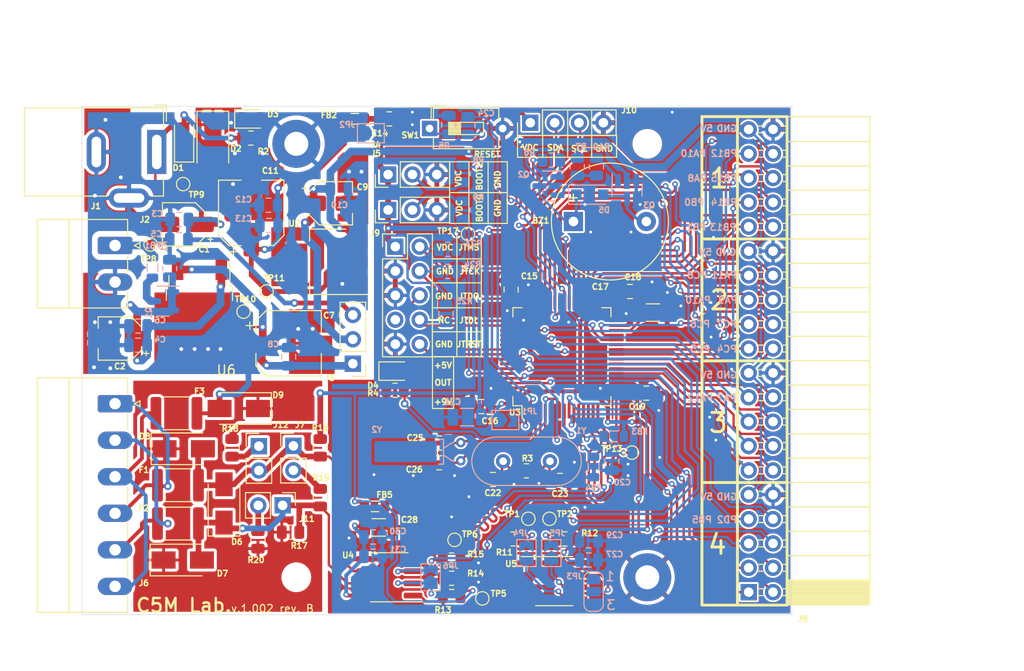
<source format=kicad_pcb>
(kicad_pcb (version 20211014) (generator pcbnew)
  (layers (0 "F.Cu" signal) (31 "B.Cu" signal) (34 "B.Paste" user) (35 "F.Paste" user) (36 "B.SilkS" user "B.Silkscreen") (37 "F.SilkS" user "F.Silkscreen") (38 "B.Mask" user) (39 "F.Mask" user) (44 "Edge.Cuts" user))
  (net 0 "")
  (net 1 "Net-(C1-Pad1)")
  (net 2 "Net-(C7-Pad1)")
  (net 3 "+3.3VA")
  (net 4 "Net-(C17-Pad1)")
  (net 5 "/MCU/AVDD")
  (net 6 "/MCU/OSC_IN")
  (net 7 "/MCU/OSC_OUT")
  (net 8 "/MCU/NRST")
  (net 9 "GND")
  (net 10 "/MCU/OSC32_IN")
  (net 11 "/MCU/OSC32_OUT")
  (net 12 "Net-(D3-Pad2)")
  (net 13 "Net-(D4-Pad2)")
  (net 14 "Net-(D6-Pad1)")
  (net 15 "Net-(D6-Pad2)")
  (net 16 "Net-(FB1-Pad2)")
  (net 17 "/MCU/VSSA")
  (net 18 "VDC")
  (net 19 "Net-(C2-Pad1)")
  (net 20 "GNDA")
  (net 22 "/MCU/VBAT")
  (net 23 "Net-(Q2-Pad2)")
  (net 24 "Net-(Q3-Pad1)")
  (net 25 "/MCU/BUZZER")
  (net 26 "/MCU/BOOT1")
  (net 27 "/MCU/BOOT0")
  (net 28 "+5VA")
  (net 29 "Net-(BZ1-Pad2)")
  (net 30 "Net-(J4-Pad2)")
  (net 31 "Net-(J5-Pad2)")
  (net 32 "Net-(JP3-Pad2)")
  (net 33 "Net-(Q2-Pad1)")
  (net 34 "Net-(JP4-Pad1)")
  (net 35 "Net-(JP5-Pad1)")
  (net 36 "Net-(JP6-Pad1)")
  (net 37 "+9VA")
  (net 38 "PB8")
  (net 39 "+5VOUT")
  (net 40 "PC8")
  (net 41 "PC2")
  (net 42 "PC1")
  (net 43 "PA0")
  (net 44 "PC3")
  (net 45 "JTMS-SWDIO")
  (net 46 "JTCK-SWCLK")
  (net 47 "JTDO")
  (net 48 "JTDI")
  (net 49 "NJTRST")
  (net 50 "I2C3_SDA")
  (net 51 "I2C3_SCL")
  (net 52 "USART2_RX")
  (net 53 "USART2_TX")
  (net 54 "SDA_EEPROM")
  (net 55 "SCL_EEPROM")
  (net 56 "USART2_RTS")
  (net 57 "PA4")
  (net 58 "PA5")
  (net 59 "PA6")
  (net 60 "PA7")
  (net 61 "PC4")
  (net 62 "PC5")
  (net 63 "PB0")
  (net 64 "PB1")
  (net 65 "PB10")
  (net 66 "PB12")
  (net 67 "PB13")
  (net 68 "PB14")
  (net 69 "PB15")
  (net 70 "PC6")
  (net 71 "PC7")
  (net 72 "PA9")
  (net 73 "PA10")
  (net 74 "PA11")
  (net 75 "PA12")
  (net 76 "PC10")
  (net 77 "PC11")
  (net 78 "PC12")
  (net 79 "PD2")
  (net 80 "PB5")
  (net 81 "GND1")
  (net 82 "/RS485/A")
  (net 83 "/RS485/B")
  (net 84 "/RS485/Comm")
  (net 85 "Net-(C28-Pad1)")
  (net 86 "PB9")
  (net 87 "/MCU/LED")
  (net 88 "Net-(J7-Pad2)")
  (net 89 "Net-(J11-Pad2)")
  (net 90 "Net-(J12-Pad1)")
  (footprint "Capacitor_SMD:CP_Elec_4x5.4" (layer "F.Cu") (at 97.7 102.7 180)
    (fp_text reference "C2")
    (fp_text value "10u 25V")
  )
  (footprint "Resistor_SMD:R_0805_2012Metric" (layer "F.Cu") (at 132.3 125.8 180)
    (fp_text reference "R15")
    (fp_text value "4.7k")
  )
  (footprint "Capacitor_SMD:C_0805_2012Metric" (layer "F.Cu") (at 135.4 109.8 180)
    (fp_text reference "C16")
    (fp_text value "100n")
  )
  (footprint "TestPoint:TestPoint_Pad_D1.0mm" (layer "F.Cu") (at 142.5 121.5)
    (fp_text reference "TP2")
    (fp_text value "TestPoint")
  )
  (footprint "Package_SO:SOIC-8_3.9x4.9mm_P1.27mm" (layer "F.Cu") (at 125.8 127.6 180)
    (fp_text reference "U4")
    (fp_text value "LTC1480CS8PBF")
  )
  (footprint "Capacitor_SMD:CP_Elec_6.3x5.4" (layer "F.Cu") (at 111.4 89.6 90)
    (fp_text reference "C11")
    (fp_text value "22u 16V")
  )
  (footprint "Capacitor_SMD:C_0805_2012Metric" (layer "F.Cu") (at 143.6 117.5)
    (fp_text reference "C23")
    (fp_text value "20p")
  )
  (footprint "Fuse:Fuse_1812_4532Metric" (layer "F.Cu") (at 103.7625 122 180)
    (fp_text reference "F2")
    (fp_text value "SMD04434")
  )
  (footprint "Resistor_SMD:R_0805_2012Metric" (layer "F.Cu") (at 118.6 114.1 90)
    (fp_text reference "R16")
    (fp_text value "100k")
  )
  (footprint "Package_SO:SOIC-8_3.9x4.9mm_P1.27mm" (layer "F.Cu") (at 143 128)
    (fp_text reference "U5")
    (fp_text value "24LC128")
  )
  (footprint "Connector_PinHeader_2.54mm:PinHeader_1x03_P2.54mm_Vertical" (layer "F.Cu") (at 125.675 85.6 90)
    (fp_text reference "J4")
    (fp_text value "Conn_01x03")
  )
  (footprint "Resistor_SMD:R_0805_2012Metric" (layer "F.Cu") (at 115.5 122.9)
    (fp_text reference "R17")
    (fp_text value "100k")
  )
  (footprint "Connector_PinHeader_2.54mm:PinHeader_1x02_P2.54mm_Vertical" (layer "F.Cu") (at 115.8 113.9)
    (fp_text reference "J7")
    (fp_text value "Conn_01x02")
  )
  (footprint "Capacitor_SMD:C_0805_2012Metric" (layer "F.Cu") (at 131 113.6 180)
    (fp_text reference "C25")
    (fp_text value "10p")
  )
  (footprint "Connector_BarrelJack:BarrelJack_GCT_DCJ200-10-A_Horizontal" (layer "F.Cu") (at 101.55 83.25 -90)
    (fp_text reference "J1")
    (fp_text value "Barrel_Jack_Switch")
  )
  (footprint "Connector_PinHeader_2.54mm:PinHeader_2x05_P2.54mm_Vertical" (layer "F.Cu") (at 126.425 93.125)
    (fp_text reference "J9")
    (fp_text value "Conn_02x05_Odd_Even")
  )
  (footprint "Connector_PinHeader_2.54mm:PinHeader_1x03_P2.54mm_Vertical" (layer "F.Cu") (at 122 105.325 180)
    (fp_text reference "J3")
    (fp_text value "Conn_01x03")
  )
  (footprint "TestPoint:TestPoint_Pad_D1.0mm" (layer "F.Cu") (at 134 91.8)
    (fp_text reference "TP17")
    (fp_text value "TestPoint")
  )
  (footprint "LED_SMD:LED_0805_2012Metric" (layer "F.Cu") (at 126.4 106.1)
    (fp_text reference "D4")
    (fp_text value "FYL-0805BUYC")
  )
  (footprint "Resistor_SMD:R_0805_2012Metric" (layer "F.Cu") (at 132.3 129.6)
    (fp_text reference "R14")
    (fp_text value "4.7k")
  )
  (footprint "Resistor_SMD:R_0805_2012Metric" (layer "F.Cu") (at 111.3625 81.8)
    (fp_text reference "R2")
    (fp_text value "300R")
  )
  (footprint "MountingHole:MountingHole_2.5mm" (layer "F.Cu") (at 116.1 127.6)
    (fp_text reference "H3")
    (fp_text value "MountingHole")
  )
  (footprint "TestPoint:TestPoint_Pad_D1.0mm" (layer "F.Cu") (at 104.3 86.6)
    (fp_text reference "TP9")
    (fp_text value "TestPoint")
  )
  (footprint "Resistor_SMD:R_0805_2012Metric" (layer "F.Cu") (at 138.7 123.6 180)
    (fp_text reference "R11")
    (fp_text value "10k")
  )
  (footprint "Package_TO_SOT_SMD:SOT-223" (layer "F.Cu") (at 119.4 94.7 180)
    (fp_text reference "U2")
    (fp_text value "LM1117-3.3")
  )
  (footprint "Resistor_SMD:R_0805_2012Metric" (layer "F.Cu") (at 118.6 119.3 90)
    (fp_text reference "R19")
    (fp_text value "120")
  )
  (footprint "Capacitor_SMD:C_0805_2012Metric" (layer "F.Cu") (at 152.6 108.4)
    (fp_text reference "C19")
    (fp_text value "100n")
  )
  (footprint "MountingHole:MountingHole_2.5mm_Pad" (layer "F.Cu") (at 116.1 82.4)
    (fp_text reference "H1")
    (fp_text value "MountingHole_Pad")
  )
  (footprint "TestPoint:TestPoint_Pad_D1.0mm" (layer "F.Cu") (at 151.1 114.6)
    (fp_text reference "TP13")
    (fp_text value "TestPoint")
  )
  (footprint "Resistor_SMD:R_0805_2012Metric" (layer "F.Cu") (at 144.1 123.6)
    (fp_text reference "R12")
    (fp_text value "10k")
  )
  (footprint "Resistor_SMD:R_0805_2012Metric" (layer "F.Cu") (at 112.1 123.7 -90)
    (fp_text reference "R20")
    (fp_text value "390")
  )
  (footprint "Diode_SMD:D_SMA" (layer "F.Cu") (at 104.3625 114.2)
    (fp_text reference "D8")
    (fp_text value "SMAJ6.0CA")
  )
  (footprint "Capacitor_SMD:C_0805_2012Metric" (layer "F.Cu") (at 138.5 97.6 90)
    (fp_text reference "C15")
    (fp_text value "100n")
  )
  (footprint "Capacitor_SMD:C_0805_2012Metric" (layer "F.Cu") (at 125.8 79.8)
    (fp_text reference "C14")
    (fp_text value "100n")
  )
  (footprint "Capacitor_SMD:C_0805_2012Metric" (layer "F.Cu") (at 136.6 117.4 180)
    (fp_text reference "C22")
    (fp_text value "20p")
  )
  (footprint "MountingHole:MountingHole_2.5mm" (layer "F.Cu") (at 152.7 82.4)
    (fp_text reference "H4")
    (fp_text value "MountingHole")
  )
  (footprint "Inductor_SMD:L_0805_2012Metric" (layer "F.Cu") (at 124.3 120.2)
    (fp_text reference "FB5")
    (fp_text value "2508053017Z0")
  )
  (footprint "Capacitor_SMD:C_0805_2012Metric" (layer "F.Cu") (at 131 115.66 180)
    (fp_text reference "C26")
    (fp_text value "10p")
  )
  (footprint "Capacitor_SMD:C_1206_3216Metric" (layer "F.Cu") (at 153.3 100)
    (fp_text reference "C17")
    (fp_text value "4.7u")
  )
  (footprint "Fuse:Fuse_1812_4532Metric" (layer "F.Cu") (at 103.7625 118 180)
    (fp_text reference "F1")
    (fp_text value "SMD04434")
  )
  (footprint "TestPoint:TestPoint_Pad_D1.0mm" (layer "F.Cu") (at 100.9 92.9)
    (fp_text reference "TP8")
    (fp_text value "TestPoint")
  )
  (footprint "MountingHole:MountingHole_2.5mm_Pad" (layer "F.Cu") (at 152.7 127.6)
    (fp_text reference "H2")
    (fp_text value "MountingHole_Pad")
  )
  (footprint "TestPoint:TestPoint_Pad_D1.0mm" (layer "F.Cu") (at 140.3 121.5)
    (fp_text reference "TP1")
    (fp_text value "TestPoint")
  )
  (footprint "Connector_Phoenix_MC:PhoenixContact_MC_1,5_6-G-3.81_1x06_P3.81mm_Horizontal" (layer "F.Cu") (at 97.2 109.5 -90)
    (fp_text reference "J6")
    (fp_text value "Screw_Terminal_01x06")
  )
  (footprint "Resistor_SMD:R_0805_2012Metric" (layer "F.Cu") (at 140.1 116.5)
    (fp_text reference "R3")
    (fp_text value "910k")
  )
  (footprint "TestPoint:TestPoint_Pad_D1.0mm" (layer "F.Cu") (at 113 97.8)
    (fp_text reference "TP11")
    (fp_text value "TestPoint")
  )
  (footprint "TestPoint:TestPoint_Pad_D1.0mm" (layer "F.Cu") (at 110.6 99.9)
    (fp_text reference "TP10")
    (fp_text value "TestPoint")
  )
  (footprint "Resistor_SMD:R_0805_2012Metric" (layer "F.Cu") (at 132.3 127.7 180)
    (fp_text reference "R13")
    (fp_text value "4.7k")
  )
  (footprint "Diode_SMD:D_SMA" (layer "F.Cu") (at 107.4 82.4 -90)
    (fp_text reference "D2")
    (fp_text value "SMAJ5.0A")
  )
  (footprint "Connector_PinHeader_2.54mm:PinHeader_1x04_P2.54mm_Vertical" (layer "F.Cu") (at 140.5 80.2 90)
    (fp_text reference "J10")
    (fp_text value "Conn_01x04")
  )
  (footprint "Fuse:Fuse_1812_4532Metric" (layer "F.Cu") (at 103.6 110.5 180)
    (fp_text reference "F3")
    (fp_text value "SMD04434")
  )
  (footprint "Connector_PinHeader_2.54mm:PinHeader_1x02_P2.54mm_Vertical" (layer "F.Cu") (at 114.675 120.1 -90)
    (fp_text reference "J11")
    (fp_text value "Conn_01x02")
  )
  (footprint "Capacitor_SMD:CP_Elec_4x5.4" (layer "F.Cu") (at 119.7 88.6)
    (fp_text reference "C9")
    (fp_text value "10u 25V")
  )
  (footprint "Diode_SMD:D_SOD-123F" (layer "F.Cu") (at 104.4 82.1 90)
    (fp_text reference "D1")
    (fp_text value "PMEG2010AEH")
  )
  (footprint "Diode_SMD:D_SMA" (layer "F.Cu") (at 108.5625 119.9 90)
    (fp_text reference "D6")
    (fp_text value "SMAJ6.0CA")
  )
  (footprint "Buzzer_Beeper:Buzzer_12x9.5RM7.6" (layer "F.Cu") (at 145 90.5)
    (fp_text reference "BZ1")
    (fp_text value "Buzzer")
  )
  (footprint "Package_QFP:LQFP-64_10x10mm_P0.5mm" (layer "F.Cu") (at 143.8 104.6 90)
    (fp_text reference "U3")
    (fp_text value "STM32F401RBTx")
  )
  (footprint "Resistor_SMD:R_0805_2012Metric" (layer "F.Cu") (at 126.4 108.1 180)
    (fp_text reference "R4")
    (fp_text value "500R")
  )
  (footprint "Connector_PinSocket_2.54mm:PinSocket_2x20_P2.54mm_Horizontal" (layer "F.Cu") (at 163.275 129.15 180)
    (fp_text reference "J8")
    (fp_text value "Conn_02x20_Odd_Even")
  )
  (footprint "Resistor_SMD:R_0805_2012Metric" (layer "F.Cu") (at 109.4 114.1 90)
    (fp_text reference "R18")
    (fp_text value "390")
  )
  (footprint "Button_Switch_THT:SW_DIP_SPSTx01_Slide_6.7x4.1mm_W7.62mm_P2.54mm_LowProfile" (layer "F.Cu") (at 130 80.8)
    (fp_text reference "SW1")
    (fp_text value "SW_Push")
  )
  (footprint "TestPoint:TestPoint_Pad_D1.0mm" (layer "F.Cu") (at 135.5 129.8)
    (fp_text reference "TP5")
    (fp_text value "TestPoint")
  )
  (footprint "Connector_PinHeader_2.54mm:PinHeader_1x02_P2.54mm_Vertical" (layer "F.Cu") (at 112.2 113.925)
    (fp_text reference "J12")
    (fp_text value "Conn_01x02")
  )
  (footprint "Capacitor_SMD:CP_Elec_4x5.4" (layer "F.Cu") (at 104.4 90.8 180)
    (fp_text reference "C1")
    (fp_text value "10u 25V")
  )
  (footprint "Diode_SMD:D_SMA" (layer "F.Cu") (at 110.1 110 180)
    (fp_text reference "D9")
    (fp_text value "SMAJ6.0CA")
  )
  (footprint "Capacitor_SMD:CP_Elec_6.3x5.4" (layer "F.Cu") (at 115.3 103.2)
    (fp_text reference "C7")
    (fp_text value "22u 16V")
  )
  (footprint "Diode_SMD:D_SMA" (layer "F.Cu") (at 104.2625 125.8)
    (fp_text reference "D7")
    (fp_text value "SMAJ6.0CA")
  )
  (footprint "Inductor_SMD:L_0805_2012Metric" (layer "F.Cu") (at 122.2 79.8)
    (fp_text reference "FB2")
    (fp_text value "2508053017Z0")
  )
  (footprint "Capacitor_SMD:C_0805_2012Metric" (layer "F.Cu") (at 150.9 97.8)
    (fp_text reference "C18")
    (fp_text value "100n")
  )
  (footprint "TestPoint:TestPoint_Pad_D1.0mm" (layer "F.Cu") (at 132.6 123.7)
    (fp_text reference "TP6")
    (fp_text value "TestPoint")
  )
  (footprint "Capacitor_SMD:C_1206_3216Metric" (layer "F.Cu") (at 124.7 122.4)
    (fp_text reference "C28")
    (fp_text value "10mF X7R")
  )
  (footprint "Connector_PinHeader_2.54mm:PinHeader_1x03_P2.54mm_Vertical" (layer "F.Cu") (at 125.675 89.3 90)
    (fp_text reference "J5")
    (fp_text value "Conn_01x03")
  )
  (footprint "Connector_Phoenix_MC:PhoenixContact_MC_1,5_2-G-3.81_1x02_P3.81mm_Horizontal" (layer "F.Cu") (at 97.2 93 -90)
    (fp_text reference "J2")
    (fp_text value "Screw_Terminal_01x02")
  )
  (footprint "Package_TO_SOT_SMD:TO-252-2" (layer "F.Cu") (at 106 99.7 -90)
    (fp_text reference "U6")
    (fp_text value "LM78M05_TO252")
  )
  (footprint "LED_SMD:LED_0805_2012Metric" (layer "F.Cu") (at 111.3625 79.8)
    (fp_text reference "D3")
    (fp_text value "FYL-0805BUYC")
  )
  (footprint "Capacitor_SMD:C_0805_2012Metric" (layer "B.Cu") (at 113.2 88.8 180)
    (fp_text reference "C12")
    (fp_text value "100n")
  )
  (footprint "Capacitor_SMD:C_0805_2012Metric" (layer "B.Cu") (at 99.6 101.4 180)
    (fp_text reference "C6")
    (fp_text value "100n")
  )
  (footprint "Resistor_SMD:R_0805_2012Metric" (layer "B.Cu") (at 142.7 84.1)
    (fp_text reference "R6")
    (fp_text value "100")
  )
  (footprint "Inductor_SMD:L_0805_2012Metric" (layer "B.Cu") (at 147.1 116.1 90)
    (fp_text reference "FB4")
    (fp_text value "2508053017Z0")
  )
  (footprint "Jumper:SolderJumper-2_P1.3mm_Open_TrianglePad1.0x1.5mm" (layer "B.Cu") (at 137.9 111.2)
    (fp_text reference "JP1")
    (fp_text value "SolderJumper_2_Open")
  )
  (footprint "Resistor_SMD:R_0805_2012Metric" (layer "B.Cu") (at 134 80.5 -90)
    (fp_text reference "R5")
    (fp_text value "10k")
  )
  (footprint "Resistor_SMD:R_0805_2012Metric" (layer "B.Cu") (at 147.4 84.8 90)
    (fp_text reference "R10")
    (fp_text value "100")
  )
  (footprint "Jumper:SolderJumper-3_P1.3mm_Open_RoundedPad1.0x1.5mm_NumberLabels" (layer "B.Cu") (at 147.1 129.1 -90)
    (fp_text reference "JP3")
    (fp_text value "SolderJumper_3_Open")
  )
  (footprint "Capacitor_SMD:C_0805_2012Metric" (layer "B.Cu") (at 146.6 123.8)
    (fp_text reference "C29")
    (fp_text value "100n")
  )
  (footprint "Capacitor_SMD:C_0805_2012Metric" (layer "B.Cu") (at 113.25 90.91 180)
    (fp_text reference "C13")
    (fp_text value "100n")
  )
  (footprint "Jumper:SolderJumper-2_P1.3mm_Open_TrianglePad1.0x1.5mm" (layer "B.Cu") (at 140.1 125.075 90)
    (fp_text reference "JP4")
    (fp_text value "SolderJumper_2_Open")
  )
  (footprint "Crystal:Crystal_HC49-4H_Vertical" (layer "B.Cu") (at 142.55 115.5 180)
    (fp_text reference "Y1")
    (fp_text value "8MHz")
  )
  (footprint "Capacitor_SMD:C_0805_2012Metric" (layer "B.Cu") (at 120.6 87.1)
    (fp_text reference "C10")
    (fp_text value "100n")
  )
  (footprint "Capacitor_SMD:C_0805_2012Metric" (layer "B.Cu") (at 103.85 92.4 180)
    (fp_text reference "C5")
    (fp_text value "100n")
  )
  (footprint "Capacitor_SMD:C_0805_2012Metric" (layer "B.Cu") (at 149 115.5 -90)
    (fp_text reference "C20")
    (fp_text value "100n")
  )
  (footprint "Capacitor_SMD:C_0805_2012Metric" (layer "B.Cu") (at 146.6 125.8)
    (fp_text reference "C27")
    (fp_text value "100n")
  )
  (footprint "Capacitor_SMD:C_0805_2012Metric" (layer "B.Cu") (at 132 80.4 90)
    (fp_text reference "C24")
    (fp_text value "100n")
  )
  (footprint "Resistor_SMD:R_0805_2012Metric" (layer "B.Cu") (at 133.5 89.3 -90)
    (fp_text reference "R9")
    (fp_text value "10k")
  )
  (footprint "Resistor_SMD:R_0805_2012Metric" (layer "B.Cu") (at 131.7 100.1 90)
    (fp_text reference "R25")
    (fp_text value "100k")
  )
  (footprint "Package_TO_SOT_SMD:SOT-23" (layer "B.Cu") (at 142.4 86.8 180)
    (fp_text reference "Q2")
    (fp_text value "BC846")
  )
  (footprint "Inductor_SMD:L_0805_2012Metric" (layer "B.Cu") (at 101.1 95.3 -90)
    (fp_text reference "FB1")
    (fp_text value "2508053017Z0")
  )
  (footprint "Capacitor_SMD:C_0805_2012Metric" (layer "B.Cu") (at 99.6 103.4 180)
    (fp_text reference "C4")
    (fp_text value "100n")
  )
  (footprint "Package_TO_SOT_SMD:SOT-23" (layer "B.Cu") (at 150.6 87.2 -90)
    (fp_text reference "Q3")
    (fp_text value "BC846")
  )
  (footprint "Package_TO_SOT_SMD:SOT-23" (layer "B.Cu") (at 102.2 98.8 180)
    (fp_text reference "Q1")
    (fp_text value "AO3401A")
  )
  (footprint "Capacitor_SMD:C_0805_2012Metric" (layer "B.Cu") (at 124.1 123.4)
    (fp_text reference "C30")
    (fp_text value "100n")
  )
  (footprint "Jumper:SolderJumper-2_P1.3mm_Open_TrianglePad1.0x1.5mm" (layer "B.Cu") (at 130.1 127.6 90)
    (fp_text reference "JP6")
    (fp_text value "SolderJumper_2_Open")
  )
  (footprint "Jumper:SolderJumper-2_P1.3mm_Open_TrianglePad1.0x1.5mm" (layer "B.Cu") (at 123.875 81.3)
    (fp_text reference "JP2")
    (fp_text value "SolderJumper_2_Open")
  )
  (footprint "Capacitor_SMD:C_0805_2012Metric" (layer "B.Cu") (at 103.9 90.3 180)
    (fp_text reference "C3")
    (fp_text value "100n")
  )
  (footprint "Diode_SMD:D_SOD-123F" (layer "B.Cu") (at 146.7 87.7)
    (fp_text reference "D5")
    (fp_text value "PMEG2010AEH")
  )
  (footprint "Capacitor_SMD:C_1206_3216Metric" (layer "B.Cu") (at 133.9 110.9 180)
    (fp_text reference "C21")
    (fp_text value "4.7u")
  )
  (footprint "Inductor_SMD:L_0805_2012Metric" (layer "B.Cu") (at 149.2 112.9)
    (fp_text reference "FB3")
    (fp_text value "2508053017Z0")
  )
  (footprint "Crystal:Crystal_C26-LF_D2.1mm_L6.5mm_Horizontal_1EP_style1" (layer "B.Cu") (at 133.25 115.45 90)
    (fp_text reference "Y2")
    (fp_text value "32.768kHz")
  )
  (footprint "Resistor_SMD:R_0805_2012Metric" (layer "B.Cu") (at 131.9 95.7 180)
    (fp_text reference "R23")
    (fp_text value "100k")
  )
  (footprint "Jumper:SolderJumper-2_P1.3mm_Open_TrianglePad1.0x1.5mm" (layer "B.Cu") (at 142.7 125.075 90)
    (fp_text reference "JP5")
    (fp_text value "SolderJumper_2_Open")
  )
  (footprint "Capacitor_SMD:C_0805_2012Metric" (layer "B.Cu") (at 115.3 104.6 90)
    (fp_text reference "C8")
    (fp_text value "100n")
  )
  (footprint "Resistor_SMD:R_0805_2012Metric" (layer "B.Cu") (at 133.5 85.5 90)
    (fp_text reference "R8")
    (fp_text value "10k")
  )
  (footprint "Resistor_SMD:R_0805_2012Metric" (layer "B.Cu") (at 145.4 84.8 -90)
    (fp_text reference "R7")
    (fp_text value "10k")
  )
  (footprint "Resistor_SMD:R_0805_2012Metric" (layer "B.Cu") (at 102.9 95.4 -90)
    (fp_text reference "R1")
    (fp_text value "100k")
  )
  (footprint "Resistor_SMD:R_0805_2012Metric" (layer "B.Cu") (at 131.9 93.4)
    (fp_text reference "R24")
    (fp_text value "100k")
  )
  (footprint "Capacitor_SMD:C_0805_2012Metric" (layer "B.Cu") (at 124.1 125.4)
    (fp_text reference "C31")
    (fp_text value "100n")
  )
  (gr_line (start 134.1 84.3) (end 134.1 90.7) (layer "F.SilkS") (width 0.12))
  (gr_rect (start 132.085 84.27) (end 138.1 90.7) (layer "F.SilkS") (width 0.12) (fill none))
  (gr_rect (start 167.275 79.56) (end 158.4 130.5) (layer "F.SilkS") (width 0.3) (fill none))
  (gr_line (start 132.8475 91.8) (end 132.8475 104.6) (layer "F.SilkS") (width 0.12))
  (gr_rect (start 130.295 94.395) (end 135.4 104.6) (layer "F.SilkS") (width 0.12) (fill none))
  (gr_line (start 132.085 87.485) (end 138.1 87.485) (layer "F.SilkS") (width 0.12))
  (gr_line (start 130.3 102) (end 135.4 102) (layer "F.SilkS") (width 0.12))
  (gr_line (start 144.4 78.9) (end 144.4 83.8) (layer "F.SilkS") (width 0.12))
  (gr_rect (start 130.3 104.6) (end 132.5 110) (layer "F.SilkS") (width 0.12) (fill none))
  (gr_line (start 146.9 78.9) (end 146.9 83.8) (layer "F.SilkS") (width 0.12))
  (gr_line (start 130.295 99.4975) (end 135.4 99.4975) (layer "F.SilkS") (width 0.12))
  (gr_line (start 141.77 78.87) (end 141.8 83.8) (layer "F.SilkS") (width 0.12))
  (gr_line (start 135.4 94.395) (end 135.4 91.8) (layer "F.SilkS") (width 0.12))
  (gr_line (start 136.1 84.3) (end 136.1 90.7) (layer "F.SilkS") (width 0.12))
  (gr_line (start 130.3 96.9) (end 135.4 96.9) (layer "F.SilkS") (width 0.12))
  (gr_line (start 167.275 105.03) (end 158.4 105.03) (layer "F.SilkS") (width 0.3))
  (gr_line (start 162.1 79.56) (end 162.1 130.5) (layer "F.SilkS") (width 0.3))
  (gr_rect (start 139.17 81.53) (end 149.5 83.8) (layer "F.SilkS") (width 0.12) (fill none))
  (gr_line (start 167.275 117.72) (end 158.4 117.72) (layer "F.SilkS") (width 0.3))
  (gr_line (start 167.275 92.32) (end 158.4 92.32) (layer "F.SilkS") (width 0.3))
  (gr_line (start 167.7511 131.5) (end 167.7511 78.5) (layer "Edge.Cuts") (width 0.05))
  (gr_line (start 93.7511 131.5) (end 167.7511 131.5) (layer "Edge.Cuts") (width 0.05))
  (gr_line (start 93.7511 78.5) (end 93.7511 131.5) (layer "Edge.Cuts") (width 0.05))
  (gr_line (start 167.7511 78.5) (end 93.7511 78.5) (layer "Edge.Cuts") (width 0.05))
  (gr_text "PA7" (at 161 108.9) (layer "B.SilkS") (effects (font (size 0.7 0.7)) (justify mirror)))
  (gr_text "PA12" (at 158.2 108.9) (layer "B.SilkS") (effects (font (size 0.7 0.7)) (justify mirror)))
  (gr_text "PA10" (at 158 98.7) (layer "B.SilkS") (effects (font (size 0.7 0.7)) (justify mirror)))
  (gr_text "5V" (at 158.9 119.2) (layer "B.SilkS") (effects (font (size 0.7 0.7)) (justify mirror)))
  (gr_text "PB1" (at 157.8 91.1) (layer "B.SilkS") (effects (font (size 0.7 0.7)) (justify mirror)))
  (gr_text "PB14" (at 160.7 88.5) (layer "B.SilkS") (effects (font (size 0.7 0.7)) (justify mirror)))
  (gr_text "PC5" (at 158.2 103.8) (layer "B.SilkS") (effects (font (size 0.7 0.7)) (justify mirror)))
  (gr_text "5V" (at 158.8 93.7) (layer "B.SilkS") (effects (font (size 0.7 0.7)) (justify mirror)))
  (gr_text "PA11" (at 160.7 96.1) (layer "B.SilkS") (effects (font (size 0.7 0.7)) (justify mirror)))
  (gr_text "PB0" (at 157.6 88.5) (layer "B.SilkS") (effects (font (size 0.7 0.7)) (justify mirror)))
  (gr_text "PC8" (at 157.9 96.1) (layer "B.SilkS") (effects (font (size 0.7 0.7)) (justify mirror)))
  (gr_text "5V" (at 158.9 80.8) (layer "B.SilkS") (effects (font (size 0.7 0.7)) (justify mirror)))
  (gr_text "PA10" (at 157.5 83.4) (layer "B.SilkS") (effects (font (size 0.7 0.7)) (justify mirror)))
  (gr_text "PC6" (at 158.2 101.2) (layer "B.SilkS") (effects (font (size 0.7 0.7)) (justify mirror)))
  (gr_text "GND" (at 160.9 93.7) (layer "B.SilkS") (effects (font (size 0.7 0.7)) (justify mirror)))
  (gr_text "5V" (at 158.9 106.5) (layer "B.SilkS") (effects (font (size 0.7 0.7)) (justify mirror)))
  (gr_text "PB12" (at 160.7 83.4) (layer "B.SilkS") (effects (font (size 0.7 0.7)) (justify mirror)))
  (gr_text "PD2" (at 161 121.6) (layer "B.SilkS") (effects (font (size 0.7 0.7)) (justify mirror)))
  (gr_text "PA9" (at 161.1 98.7) (layer "B.SilkS") (effects (font (size 0.7 0.7)) (justify mirror)))
  (gr_text "PB5" (at 158.4 121.6) (layer "B.SilkS") (effects (font (size 0.7 0.7)) (justify mirror)))
  (gr_text "PC7" (at 161 101.2) (layer "B.SilkS") (effects (font (size 0.7 0.7)) (justify mirror)))
  (gr_text "GND" (at 161 80.8) (layer "B.SilkS") (effects (font (size 0.7 0.7)) (justify mirror)))
  (gr_text "PB13" (at 160.6 91.1) (layer "B.SilkS") (effects (font (size 0.7 0.7)) (justify mirror)))
  (gr_text "PA8" (at 157.9 86) (layer "B.SilkS") (effects (font (size 0.7 0.7)) (justify mirror)))
  (gr_text "PB15" (at 160.7 86) (layer "B.SilkS") (effects (font (size 0.7 0.7)) (justify mirror)))
  (gr_text "GND" (at 161 106.5) (layer "B.SilkS") (effects (font (size 0.7 0.7)) (justify mirror)))
  (gr_text "PC4" (at 161 103.8) (layer "B.SilkS") (effects (font (size 0.7 0.7)) (justify mirror)))
  (gr_text "GND" (at 161 119.2) (layer "B.SilkS") (effects (font (size 0.7 0.7)) (justify mirror)))
  (gr_text "SCL" (at 145.6 82.9) (layer "F.SilkS") (effects (font (size 0.6 0.6))))
  (gr_text "GND" (at 131.5 98.3) (layer "F.SilkS") (effects (font (size 0.6 0.6))))
  (gr_text "JTDO" (at 134.1 98.3) (layer "F.SilkS") (effects (font (size 0.6 0.6))))
  (gr_text "SDA" (at 143.1 82.8) (layer "F.SilkS") (effects (font (size 0.6 0.6))))
  (gr_text "4" (at 160 124.2) (layer "F.SilkS") (effects (font (size 2 2) (thickness 0.3))))
  (gr_text "BOOT0" (at 135.2 89.1 90) (layer "F.SilkS") (effects (font (size 0.6 0.6))))
  (gr_text "JTCK" (at 134.2 95.7) (layer "F.SilkS") (effects (font (size 0.6 0.6))))
  (gr_text "2" (at 160.2 98.7) (layer "F.SilkS") (effects (font (size 2 2) (thickness 0.3))))
  (gr_text "1" (at 160.2 86) (layer "F.SilkS") (effects (font (size 2 2) (thickness 0.3))))
  (gr_text "GND" (at 131.5 103.3) (layer "F.SilkS") (effects (font (size 0.6 0.6))))
  (gr_text "NC" (at 131.5 100.8) (layer "F.SilkS") (effects (font (size 0.6 0.6))))
  (gr_text "JTDI" (at 134 100.8) (layer "F.SilkS") (effects (font (size 0.6 0.6))))
  (gr_text "JTRST" (at 134.1 103.3) (layer "F.SilkS") (effects (font (size 0.6 0.6))))
  (gr_text "RESET" (at 136 83.5) (layer "F.SilkS") (effects (font (size 0.6 0.6))))
  (gr_text "VDC" (at 131.6 93.2) (layer "F.SilkS") (effects (font (size 0.6 0.6))))
  (gr_text "+5V" (at 131.4 105.5) (layer "F.SilkS") (effects (font (size 0.6 0.6))))
  (gr_text "GND" (at 148.2 82.9) (layer "F.SilkS") (effects (font (size 0.6 0.6))))
  (gr_text "C5M Lab." (at 109.5 129.7) (layer "F.SilkS") (effects (font (size 1.42494 1.42494) (thickness 0.25146)) (justify right top)))
  (gr_text "GND" (at 137.1 89.1 90) (layer "F.SilkS") (effects (font (size 0.6 0.6))))
  (gr_text "3" (at 160.1 111.5) (layer "F.SilkS") (effects (font (size 2 2) (thickness 0.3))))
  (gr_text "GND" (at 131.6 95.7) (layer "F.SilkS") (effects (font (size 0.6 0.6))))
  (gr_text "VDC" (at 133.1 89.1 90) (layer "F.SilkS") (effects (font (size 0.6 0.6))))
  (gr_text "v.1.002 rev. B" (at 118 130.4) (layer "F.SilkS") (effects (font (size 0.8 0.8) (thickness 0.12192)) (justify right top)))
  (gr_text "GND" (at 137.1 86.1 90) (layer "F.SilkS") (effects (font (size 0.6 0.6))))
  (gr_text "VDC" (at 133 86 90) (layer "F.SilkS") (effects (font (size 0.6 0.6))))
  (gr_text "BOOT1" (at 135.2 85.8 90) (layer "F.SilkS") (effects (font (size 0.6 0.6))))
  (gr_text "OUT" (at 131.4 107.3) (layer "F.SilkS") (effects (font (size 0.6 0.6))))
  (gr_text "VDC" (at 140.5 82.8) (layer "F.SilkS") (effects (font (size 0.6 0.6))))
  (gr_text "+9V" (at 131.4 109.3) (layer "F.SilkS") (effects (font (size 0.6 0.6))))
  (gr_text "JTMS" (at 134.1 93.2) (layer "F.SilkS") (effects (font (size 0.6 0.6))))
  (segment (start 104.4 84.6) (end 105.2 85.4) (width 0.5) (layer "F.Cu") (net 1))
  (segment (start 106.2 88.7) (end 106.2 90.8) (width 0.5) (layer "F.Cu") (net 1))
  (segment (start 115.9 99) (end 120.755 99) (width 0.5) (layer "F.Cu") (net 1))
  (segment (start 105.2 85.4) (end 107.4 85.4) (width 0.5) (layer "F.Cu") (net 1))
  (segment (start 107.4 85.4) (end 107.4 87.5) (width 0.5) (layer "F.Cu") (net 1))
  (segment (start 107.4 87.5) (end 106.2 88.7) (width 0.5) (layer "F.Cu") (net 1))
  (segment (start 106.2 90.8) (end 108.2 90.8) (width 0.5) (layer "F.Cu") (net 1))
  (segment (start 120.755 99) (end 122 100.245) (width 0.5) (layer "F.Cu") (net 1))
  (segment (start 104.4 83.5) (end 104.4 84.6) (width 0.5) (layer "F.Cu") (net 1))
  (via (at 108.2 90.8) (size 0.8) (drill 0.4) (layers "F.Cu" "B.Cu") (net 1))
  (via (at 115.9 99) (size 0.8) (drill 0.4) (layers "F.Cu" "B.Cu") (net 1))
  (segment (start 104.8 92.4) (end 108.3 92.4) (width 0.5) (layer "B.Cu") (net 1))
  (segment (start 107.7 90.3) (end 104.85 90.3) (width 0.5) (layer "B.Cu") (net 1))
  (segment (start 104.85 90.3) (end 104.85 92.35) (width 0.5) (layer "B.Cu") (net 1))
  (segment (start 108.2 90.8) (end 107.7 90.3) (width 0.5) (layer "B.Cu") (net 1))
  (segment (start 114.9 99) (end 115.9 99) (width 0.5) (layer "B.Cu") (net 1))
  (segment (start 104.85 92.35) (end 104.8 92.4) (width 0.5) (layer "B.Cu") (net 1))
  (segment (start 108.3 92.4) (end 114.9 99) (width 0.5) (layer "B.Cu") (net 1))
  (segment (start 112.6 101.5) (end 112.6 103.1) (width 0.8) (layer "F.Cu") (net 2))
  (segment (start 103.72 95.5) (end 105.2 95.5) (width 0.8) (layer "F.Cu") (net 2))
  (segment (start 112.6 103.1) (end 112.5 103.2) (width 0.8) (layer "F.Cu") (net 2))
  (segment (start 112.5 105) (end 112.5 103.2) (width 0.8) (layer "F.Cu") (net 2))
  (segment (start 111.5 101.5) (end 112.6 101.5) (width 0.25) (layer "F.Cu") (net 2))
  (segment (start 110.6 99.9) (end 110.6 100.6) (width 0.25) (layer "F.Cu") (net 2))
  (segment (start 113 105.5) (end 112.5 105) (width 0.8) (layer "F.Cu") (net 2))
  (segment (start 110.6 100.6) (end 111.5 101.5) (width 0.25) (layer "F.Cu") (net 2))
  (via (at 105.2 95.5) (size 0.8) (drill 0.4) (layers "F.Cu" "B.Cu") (net 2))
  (via (at 113 105.5) (size 0.8) (drill 0.4) (layers "F.Cu" "B.Cu") (net 2))
  (via (at 112.6 101.5) (size 0.8) (drill 0.4) (layers "F.Cu" "B.Cu") (net 2))
  (segment (start 105.2 95.5) (end 108.5 95.5) (width 0.8) (layer "B.Cu") (net 2))
  (segment (start 121.775 105.55) (end 122 105.325) (width 0.8) (layer "B.Cu") (net 2))
  (segment (start 115.3 105.55) (end 121.775 105.55) (width 0.8) (layer "B.Cu") (net 2))
  (segment (start 112.6 99.6) (end 112.6 101.5) (width 0.8) (layer "B.Cu") (net 2))
  (segment (start 108.5 95.5) (end 112.6 99.6) (width 0.8) (layer "B.Cu") (net 2))
  (segment (start 113.05 105.55) (end 113 105.5) (width 0.8) (layer "B.Cu") (net 2))
  (segment (start 115.3 105.55) (end 113.05 105.55) (width 0.8) (layer "B.Cu") (net 2))
  (segment (start 111.4 93.4) (end 112.8 93.4) (width 0.5) (layer "F.Cu") (net 3))
  (segment (start 121.1375 82.3625) (end 121.1375 79.8) (width 0.5) (layer "F.Cu") (net 3))
  (segment (start 118.5 97.8) (end 113.1 97.8) (width 0.5) (layer "F.Cu") (net 3))
  (segment (start 115.3 85.9) (end 117.6 85.9) (width 0.5) (layer "F.Cu") (net 3))
  (segment (start 122.55 94.7) (end 120.4 94.7) (width 0.5) (layer "F.Cu") (net 3))
  (segment (start 119.2 97.1) (end 118.5 97.8) (width 0.5) (layer "F.Cu") (net 3))
  (segment (start 113.1 97.8) (end 111.4 96.1) (width 0.5) (layer "F.Cu") (net 3))
  (segment (start 120.4 94.7) (end 119.2 95.9) (width 0.5) (layer "F.Cu") (net 3))
  (segment (start 114.2 87) (end 115.3 85.9) (width 0.5) (layer "F.Cu") (net 3))
  (segment (start 117.6 85.9) (end 121.1375 82.3625) (width 0.5) (layer "F.Cu") (net 3))
  (segment (start 119.2 95.9) (end 119.2 97.1) (width 0.5) (layer "F.Cu") (net 3))
  (segment (start 111.4 96.1) (end 111.4 93.4) (width 0.5) (layer "F.Cu") (net 3))
  (via (at 112.8 93.4) (size 0.8) (drill 0.4) (layers "F.Cu" "B.Cu") (net 3))
  (via (at 114.2 87) (size 0.8) (drill 0.4) (layers "F.Cu" "B.Cu") (net 3))
  (segment (start 114.15 87.05) (end 114.15 88.8) (width 0.5) (layer "B.Cu") (net 3))
  (segment (start 113.3 93.4) (end 114.2 92.5) (width 0.5) (layer "B.Cu") (net 3))
  (segment (start 114.2 90.91) (end 114.2 88.85) (width 0.5) (layer "B.Cu") (net 3))
  (segment (start 112.8 93.4) (end 113.3 93.4) (width 0.5) (layer "B.Cu") (net 3))
  (segment (start 114.2 87) (end 114.15 87.05) (width 0.5) (layer "B.Cu") (net 3))
  (segment (start 114.2 92.5) (end 114.2 90.91) (width 0.5) (layer "B.Cu") (net 3))
  (segment (start 114.2 88.85) (end 114.15 88.8) (width 0.5) (layer "B.Cu") (net 3))
  (segment (start 150.95 101.85) (end 151.825 100.975) (width 0.25) (layer "F.Cu") (net 4))
  (segment (start 149.475 101.85) (end 150.95 101.85) (width 0.25) (layer "F.Cu") (net 4))
  (segment (start 151.825 100.975) (end 151.825 100) (width 0.25) (layer "F.Cu") (net 4))
  (segment (start 146.05 112.85) (end 146.4 113.2) (width 0.25) (layer "F.Cu") (net 5))
  (segment (start 150.2 114.6) (end 151.1 114.6) (width 0.25) (layer "F.Cu") (net 5))
  (segment (start 146.05 110.275) (end 146.05 112.85) (width 0.25) (layer "F.Cu") (net 5))
  (via (at 146.4 113.2) (size 0.6) (drill 0.3) (layers "F.Cu" "B.Cu") (net 5))
  (via (at 150.2 114.6) (size 0.6) (drill 0.3) (layers "F.Cu" "B.Cu") (net 5))
  (segment (start 149 114.55) (end 149 113.7625) (width 0.25) (layer "B.Cu") (net 5))
  (segment (start 149 113.7625) (end 148.1375 112.9) (width 0.25) (layer "B.Cu") (net 5))
  (segment (start 149.05 114.6) (end 149 114.55) (width 0.25) (layer "B.Cu") (net 5))
  (segment (start 146.7 112.9) (end 148.1375 112.9) (width 0.25) (layer "B.Cu") (net 5))
  (segment (start 150.2 114.6) (end 149.05 114.6) (width 0.25) (layer "B.Cu") (net 5))
  (segment (start 146.4 113.2) (end 146.7 112.9) (width 0.25) (layer "B.Cu") (net 5))
  (segment (start 137.55 115.55) (end 137.6 115.5) (width 0.25) (layer "F.Cu") (net 6))
  (segment (start 142.05 110.275) (end 142.05262 110.27762) (width 0.25) (layer "F.Cu") (net 6))
  (segment (start 138.3 116.2) (end 138.9875 116.2) (width 0.25) (layer "F.Cu") (net 6))
  (segment (start 137.6 115.5) (end 138.3 116.2) (width 0.25) (layer "F.Cu") (net 6))
  (segment (start 140.4 115) (end 140.1 115) (width 0.25) (layer "F.Cu") (net 6))
  (segment (start 142.05262 110.27762) (end 142.05262 113.34738) (width 0.25) (layer "F.Cu") (net 6))
  (segment (start 138.9875 116.2) (end 139.0875 116.3) (width 0.25) (layer "F.Cu") (net 6))
  (segment (start 142.05262 113.34738) (end 140.4 115) (width 0.25) (layer "F.Cu") (net 6))
  (segment (start 140.1 115) (end 139.0875 116.0125) (width 0.25) (layer "F.Cu") (net 6))
  (segment (start 139.0875 116.0125) (end 139.0875 116.3) (width 0.25) (layer "F.Cu") (net 6))
  (segment (start 137.55 117.5) (end 137.55 115.55) (width 0.25) (layer "F.Cu") (net 6))
  (segment (start 140.9125 115.2875) (end 140.9125 116.3) (width 0.25) (layer "F.Cu") (net 7))
  (segment (start 142.55 113.65) (end 140.9125 115.2875) (width 0.25) (layer "F.Cu") (net 7))
  (segment (start 140.9125 116.3) (end 141.7 116.3) (width 0.25) (layer "F.Cu") (net 7))
  (segment (start 142.5 115.5) (end 142.5 117.55) (width 0.25) (layer "F.Cu") (net 7))
  (segment (start 142.55 110.275) (end 142.55 113.65) (width 0.25) (layer "F.Cu") (net 7))
  (segment (start 141.7 116.3) (end 142.5 115.5) (width 0.25) (layer "F.Cu") (net 7))
  (segment (start 143.05 113.05) (end 143.3 113.3) (width 0.25) (layer "F.Cu") (net 8))
  (segment (start 143.05 110.275) (end 143.05 113.05) (width 0.25) (layer "F.Cu") (net 8))
  (via (at 143.3 113.3) (size 0.6) (drill 0.3) (layers "F.Cu" "B.Cu") (net 8))
  (segment (start 137.1 81.8703) (end 136.495489 81.265789) (width 0.25) (layer "B.Cu") (net 8))
  (segment (start 135.6875 79.5875) (end 134 79.5875) (width 0.25) (layer "B.Cu") (net 8))
  (segment (start 141.524511 107.224511) (end 139.641318 107.224511) (width 0.25) (layer "B.Cu") (net 8))
  (segment (start 137.1 104.683193) (end 137.1 81.8703) (width 0.25) (layer "B.Cu") (net 8))
  (segment (start 143.3 113.3) (end 143.3 109) (width 0.25) (layer "B.Cu") (net 8))
  (segment (start 143.3 109) (end 141.524511 107.224511) (width 0.25) (layer "B.Cu") (net 8))
  (segment (start 130.55 81.35) (end 130 80.8) (width 0.25) (layer "B.Cu") (net 8))
  (segment (start 139.641318 107.224511) (end 137.1 104.683193) (width 0.25) (layer "B.Cu") (net 8))
  (segment (start 136.495489 81.265789) (end 136.495489 80.395489) (width 0.25) (layer "B.Cu") (net 8))
  (segment (start 136.495489 80.395489) (end 135.6875 79.5875) (width 0.25) (layer "B.Cu") (net 8))
  (segment (start 133.7625 79.5875) (end 132 81.35) (width 0.25) (layer "B.Cu") (net 8))
  (segment (start 134 79.5875) (end 133.7625 79.5875) (width 0.25) (layer "B.Cu") (net 8))
  (segment (start 132 81.35) (end 130.55 81.35) (width 0.25) (layer "B.Cu") (net 8))
  (segment (start 136.4 107.9) (end 136.45 107.85) (width 0.25) (layer "F.Cu") (net 9))
  (segment (start 150.5 100.1) (end 150.7 100.3) (width 0.25) (layer "F.Cu") (net 9))
  (segment (start 136.45 107.85) (end 138.125 107.85) (width 0.25) (layer "F.Cu") (net 9))
  (segment (start 150.45 101.35) (end 149.475 101.35) (width 0.25) (layer "F.Cu") (net 9))
  (segment (start 150.7 100.3) (end 150.7 101.1) (width 0.25) (layer "F.Cu") (net 9))
  (segment (start 140.55 97.35) (end 140.3 97.1) (width 0.25) (layer "F.Cu") (net 9))
  (segment (start 140.55 98.925) (end 140.55 97.35) (width 0.25) (layer "F.Cu") (net 9))
  (segment (start 150.7 101.1) (end 150.45 101.35) (width 0.25) (layer "F.Cu") (net 9))
  (via (at 150.7 115.8) (size 0.6) (drill 0.3) (layers "F.Cu" "B.Cu") (net 9))
  (via (at 150.5 100.1) (size 0.6) (drill 0.3) (layers "F.Cu" "B.Cu") (net 9))
  (via (at 147.8 107.9) (size 0.6) (drill 0.3) (layers "F.Cu" "B.Cu") (net 9))
  (via (at 135.1 126.1) (size 0.6) (drill 0.3) (layers "F.Cu" "B.Cu") (net 9))
  (via (at 154 115.1) (size 0.6) (drill 0.3) (layers "F.Cu" "B.Cu") (net 9))
  (via (at 151 91.6) (size 0.6) (drill 0.3) (layers "F.Cu" "B.Cu") (net 9))
  (via (at 134.1 119.2) (size 0.6) (drill 0.3) (layers "F.Cu" "B.Cu") (net 9))
  (via (at 139.8 100.8) (size 0.6) (drill 0.3) (layers "F.Cu" "B.Cu") (net 9))
  (via (at 145.1 115.6) (size 0.6) (drill 0.3) (layers "F.Cu" "B.Cu") (net 9))
  (via (at 151.95 88.7245) (size 0.6) (drill 0.3) (layers "F.Cu" "B.Cu") (net 9))
  (via (at 121.6 123.5) (size 0.6) (drill 0.3) (layers "F.Cu" "B.Cu") (net 9))
  (via (at 153.9 110.2) (size 0.6) (drill 0.3) (layers "F.Cu" "B.Cu") (net 9))
  (via (at 124.2 116.9) (size 0.6) (drill 0.3) (layers "F.Cu" "B.Cu") (net 9))
  (via (at 154.8 97.9) (size 0.6) (drill 0.3) (layers "F.Cu" "B.Cu") (net 9))
  (via (at 140.3 97.1) (size 0.6) (drill 0.3) (layers "F.Cu" "B.Cu") (net 9))
  (via (at 153.2 96.8) (size 0.6) (drill 0.3) (layers "F.Cu" "B.Cu") (net 9))
  (via (at 146.2 120.3) (size 0.6) (drill 0.3) (layers "F.Cu" "B.Cu") (net 9))
  (via (at 159.6 92.15) (size 0.6) (drill 0.3) (layers "F.Cu" "B.Cu") (net 9))
  (via (at 141.4 117.8) (size 0.6) (drill 0.3) (layers "F.Cu" "B.Cu") (net 9))
  (via (at 150.7 117) (size 0.6) (drill 0.3) (layers "F.Cu" "B.Cu") (net 9))
  (via (at 159.85 113.3) (size 0.6) (drill 0.3) (layers "F.Cu" "B.Cu") (net 9))
  (via (at 135.1 128.1) (size 0.6) (drill 0.3) (layers "F.Cu" "B.Cu") (net 9))
  (via (at 159.35 102.55) (size 0.6) (drill 0.3) (layers "F.Cu" "B.Cu") (net 9))
  (via (at 138.1 99.8) (size 0.6) (drill 0.3) (layers "F.Cu" "B.Cu") (net 9))
  (via (at 128.2 80.4) (size 0.6) (drill 0.3) (layers "F.Cu" "B.Cu") (net 9))
  (via (at 138.8 117.9) (size 0.6) (drill 0.3) (layers "F.Cu" "B.Cu") (net 9))
  (via (at 144.5 101) (size 0.6) (drill 0.3) (layers "F.Cu" "B.Cu") (net 9))
  (via (at 132.6 117) (size 0.6) (drill 0.3) (layers "F.Cu" "B.Cu") (net 9))
  (via (at 132.3 121.3) (size 0.6) (drill 0.3) (layers "F.Cu" "B.Cu") (net 9))
  (via (at 155.3 79.1) (size 0.6) (drill 0.3) (layers "F.Cu" "B.Cu") (net 9))
  (via (at 159.2 110.9) (size 0.6) (drill 0.3) (layers "F.Cu" "B.Cu") (net 9))
  (via (at 128.2 79.1) (size 0.6) (drill 0.3) (layers "F.Cu" "B.Cu") (net 9))
  (via (at 128.3 117) (size 0.6) (drill 0.3) (layers "F.Cu" "B.Cu") (net 9))
  (via (at 146.2 88.7245) (size 0.6) (drill 0.3) (layers "F.Cu" "B.Cu") (net 9))
  (via (at 146.8 91.6) (size 0.6) (drill 0.3) (layers "F.Cu" "B.Cu") (net 9))
  (via (at 156.2 99.3) (size 0.6) (drill 0.3) (layers "F.Cu" "B.Cu") (net 9))
  (via (at 161.5 105.9) (size 0.6) (drill 0.3) (layers "F.Cu" "B.Cu") (net 9))
  (via (at 136.4 107.9) (size 0.6) (drill 0.3) (layers "F.Cu" "B.Cu") (net 9))
  (via (at 159.35 98.95) (size 0.6) (drill 0.3) (layers "F.Cu" "B.Cu") (net 9))
  (segment (start 141.05262 110.27762) (end 141.05262 112.90208) (width 0.25) (layer "F.Cu") (net 10))
  (segment (start 141.05262 112.90208) (end 140.5511 113.4036) (width 0.25) (layer "F.Cu") (net 10))
  (segment (start 133.2 113.6) (end 133.25 113.55) (width 0.25) (layer "F.Cu") (net 10))
  (segment (start 140.5511 113.4036) (end 133.3964 113.4036) (width 0.25) (layer "F.Cu") (net 10))
  (segment (start 141.05 110.275) (end 141.05262 110.27762) (width 0.25) (layer "F.Cu") (net 10))
  (segment (start 131.95 113.6) (end 133.2 113.6) (width 0.25) (layer "F.Cu") (net 10))
  (segment (start 133.3964 113.4036) (end 133.25 113.55) (width 0.25) (layer "F.Cu") (net 10))
  (segment (start 132.05 113.66) (end 132.2 113.51) (width 0.25) (layer "F.Cu") (net 10))
  (segment (start 131.95 115.66) (end 133.04 115.66) (width 0.25) (layer "F.Cu") (net 11))
  (segment (start 140.0964 114.0036) (end 140.1 114) (width 0.254) (layer "F.Cu") (net 11))
  (segment (start 140.1 114) (end 140.596074 114) (width 0.254) (layer "F.Cu") (net 11))
  (segment (start 134.7 114) (end 133.25 115.45) (width 0.254) (layer "F.Cu") (net 11))
  (segment (start 140.764282 114) (end 140.596074 114) (width 0.25) (layer "F.Cu") (net 11))
  (segment (start 141.55 113.214282) (end 140.764282 114) (width 0.25) (layer "F.Cu") (net 11))
  (segment (start 141.55 110.275) (end 141.55 113.214282) (width 0.25) (layer "F.Cu") (net 11))
  (segment (start 140.1 114) (end 134.7 114) (width 0.254) (layer "F.Cu") (net 11))
  (segment (start 133.04 115.66) (end 133.25 115.45) (width 0.25) (layer "F.Cu") (net 11))
  (segment (start 112.3 81.775) (end 112.275 81.8) (width 0.5) (layer "F.Cu") (net 12))
  (segment (start 112.3 79.8) (end 112.3 81.775) (width 0.5) (layer "F.Cu") (net 12))
  (segment (start 125.4875 107.95) (end 127.3375 106.1) (width 0.25) (layer "F.Cu") (net 13))
  (segment (start 125.4875 108.1) (end 125.4875 107.95) (width 0.25) (layer "F.Cu") (net 13))
  (segment (start 118.4875 120.1) (end 118.6 120.2125) (width 0.6) (layer "F.Cu") (net 14))
  (segment (start 121.435 128.235) (end 119.5 126.3) (width 0.25) (layer "F.Cu") (net 14))
  (segment (start 109.1625 122.5) (end 108.5625 121.9) (width 0.6) (layer "F.Cu") (net 14))
  (segment (start 123.325 128.235) (end 121.435 128.235) (width 0.25) (layer "F.Cu") (net 14))
  (segment (start 119.5 121.1125) (end 118.6 120.2125) (width 0.25) (layer "F.Cu") (net 14))
  (segment (start 116.4125 120.1125) (end 116.4 120.1) (width 0.6) (layer "F.Cu") (net 14))
  (segment (start 116.4125 122.9) (end 116.4125 120.1125) (width 0.6) (layer "F.Cu") (net 14))
  (segment (start 105.9 125.4375) (end 106.2625 125.8) (width 0.6) (layer "F.Cu") (net 14))
  (segment (start 108.5625 121.9) (end 106 121.9) (width 0.6) (layer "F.Cu") (net 14))
  (segment (start 116.4 120.1) (end 118.4875 120.1) (width 0.6) (layer "F.Cu") (net 14))
  (segment (start 105.9 122) (end 105.9 125.4375) (width 0.6) (layer "F.Cu") (net 14))
  (segment (start 110.5 122.5) (end 109.1625 122.5) (width 0.6) (layer "F.Cu") (net 14))
  (segment (start 106 121.9) (end 105.9 122) (width 0.6) (layer "F.Cu") (net 14))
  (segment (start 119.5 126.3) (end 119.5 121.1125) (width 0.25) (layer "F.Cu") (net 14))
  (segment (start 114.675 120.1) (end 116.4 120.1) (width 0.6) (layer "F.Cu") (net 14))
  (via (at 110.5 122.5) (size 0.8) (drill 0.4) (layers "F.Cu" "B.Cu") (net 14))
  (segment (start 113.3 122.5) (end 110.5 122.5) (width 0.6) (layer "B.Cu") (net 14))
  (segment (start 114.675 120.1) (end 114.675 121.125) (width 0.6) (layer "B.Cu") (net 14))
  (segment (start 114.675 121.125) (end 113.5 122.3) (width 0.6) (layer "B.Cu") (net 14))
  (segment (start 113.5 122.3) (end 113.3 122.5) (width 0.6) (layer "B.Cu") (net 14))
  (segment (start 122.065 126.965) (end 120.6 125.5) (width 0.25) (layer "F.Cu") (net 15))
  (segment (start 119.5125 115.0125) (end 118.6 115.0125) (width 0.25) (layer "F.Cu") (net 15))
  (segment (start 106.3625 114.2) (end 105.8625 114.7) (width 0.6) (layer "F.Cu") (net 15))
  (segment (start 105.9 118) (end 108.4625 118) (width 0.6) (layer "F.Cu") (net 15))
  (segment (start 116.9125 115.0125) (end 118.6 115.0125) (width 0.6) (layer "F.Cu") (net 15))
  (segment (start 112.2 116.465) (end 112.935 116.465) (width 0.6) (layer "F.Cu") (net 15))
  (segment (start 112.935 116.465) (end 115.5 113.9) (width 0.6) (layer "F.Cu") (net 15))
  (segment (start 115.5 113.9) (end 115.8 113.9) (width 0.6) (layer "F.Cu") (net 15))
  (segment (start 108.5625 117.9) (end 109.6 117.9) (width 0.6) (layer "F.Cu") (net 15))
  (segment (start 123.325 126.965) (end 122.065 126.965) (width 0.25) (layer "F.Cu") (net 15))
  (segment (start 111.035 116.465) (end 112.2 116.465) (width 0.6) (layer "F.Cu") (net 15))
  (segment (start 109.6 117.9) (end 111.035 116.465) (width 0.6) (layer "F.Cu") (net 15))
  (segment (start 120.6 125.5) (end 120.6 116.1) (width 0.25) (layer "F.Cu") (net 15))
  (segment (start 105.8625 114.7) (end 105.8625 117.9625) (width 0.6) (layer "F.Cu") (net 15))
  (segment (start 115.8 113.9) (end 116.9125 115.0125) (width 0.6) (layer "F.Cu") (net 15))
  (segment (start 105.8625 117.9625) (end 105.9 118) (width 0.6) (layer "F.Cu") (net 15))
  (segment (start 108.4625 118) (end 108.5625 117.9) (width 0.6) (layer "F.Cu") (net 15))
  (segment (start 120.6 116.1) (end 119.5125 115.0125) (width 0.25) (layer "F.Cu") (net 15))
  (segment (start 101.2625 98.8) (end 100.9 98.8) (width 0.8) (layer "B.Cu") (net 16))
  (segment (start 100.5 96.9625) (end 101.1 96.3625) (width 0.8) (layer "B.Cu") (net 16))
  (segment (start 100.5 98.4) (end 100.5 96.9625) (width 0.8) (layer "B.Cu") (net 16))
  (segment (start 100.9 98.8) (end 100.5 98.4) (width 0.8) (layer "B.Cu") (net 16))
  (segment (start 145.55 110.275) (end 145.55 113.65) (width 0.25) (layer "F.Cu") (net 17))
  (segment (start 145.55 113.65) (end 146 114.1) (width 0.25) (layer "F.Cu") (net 17))
  (via (at 146 114.1) (size 0.6) (drill 0.3) (layers "F.Cu" "B.Cu") (net 17))
  (segment (start 146.1625 114.1) (end 147.1 115.0375) (width 0.25) (layer "B.Cu") (net 17))
  (segment (start 146 114.1) (end 146.1625 114.1) (width 0.25) (layer "B.Cu") (net 17))
  (segment (start 144 125) (end 144 125.8) (width 0.25) (layer "F.Cu") (net 18))
  (segment (start 145.6 108.2) (end 146.921072 108.2) (width 0.4) (layer "F.Cu") (net 18))
  (segment (start 138.5 98.55) (end 135.25 98.55) (width 0.25) (layer "F.Cu") (net 18))
  (segment (start 152.7 112) (end 152.7 122.6) (width 0.4) (layer "F.Cu") (net 18))
  (segment (start 152.1 111.4) (end 152.7 112) (width 0.4) (layer "F.Cu") (net 18))
  (segment (start 108.9 113.2875) (end 108.9125 113.2875) (width 0.4) (layer "F.Cu") (net 18))
  (segment (start 137.2 109.8) (end 137.5 109.5) (width 0.25) (layer "F.Cu") (net 18))
  (segment (start 149.95 97.8) (end 149.1 97.8) (width 0.4) (layer "F.Cu") (net 18))
  (segment (start 109.4 112.7) (end 110.2 111.9) (width 0.6) (layer "F.Cu") (net 18))
  (segment (start 151.1 111.4) (end 152.1 111.4) (width 0.4) (layer "F.Cu") (net 18))
  (segment (start 149.95 99.05) (end 149.475 99.525) (width 0.25) (layer "F.Cu") (net 18))
  (segment (start 147.9 100.4) (end 146.2 100.4) (width 0.4) (layer "F.Cu") (net 18))
  (segment (start 148.7 99.6) (end 147.9 100.4) (width 0.4) (layer "F.Cu") (net 18))
  (segment (start 135.4 81.4) (end 134.5 82.3) (width 0.4) (layer "F.Cu") (net 18))
  (segment (start 110.2 111.9) (end 118.5 111.9) (width 0.6) (layer "F.Cu") (net 18))
  (segment (start 125.675 89.3) (end 125.675 92.375) (width 0.6) (layer "F.Cu") (net 18))
  (segment (start 144.295 126.095) (end 145.475 126.095) (width 0.25) (layer "F.Cu") (net 18))
  (segment (start 136.35 108.95) (end 136.35 109.8) (width 0.25) (layer "F.Cu") (net 18))
  (segment (start 118.5 111.9) (end 118.6 112) (width 0.6) (layer "F.Cu") (net 18))
  (segment (start 151.35 107.35) (end 151.65 107.65) (width 0.25) (layer "F.Cu") (net 18))
  (segment (start 139.62 79.2) (end 140.62 80.2) (width 0.4) (layer "F.Cu") (net 18))
  (segment (start 145.7 108.1) (end 145.6 108.2) (width 0.4) (layer "F.Cu") (net 18))
  (segment (start 145.0125 123.9875) (end 145.0125 123.6) (width 0.25) (layer "F.Cu") (net 18))
  (segment (start 136.35 109.8) (end 137.2 109.8) (width 0.25) (layer "F.Cu") (net 18))
  (segment (start 138.125 108.35) (end 136.95 108.35) (width 0.25) (layer "F.Cu") (net 18))
  (segment (start 135.2 91.8) (end 132.8 91.8) (width 0.4) (layer "F.Cu") (net 18))
  (segment (start 134.5 82.3) (end 124.9 82.3) (width 0.4) (layer "F.Cu") (net 18))
  (segment (start 122.2 119.7) (end 122.7375 119.7) (width 0.4) (layer "F.Cu") (net 18))
  (segment (start 149.1 97.8) (end 148.7 98.2) (width 0.4) (layer "F.Cu") (net 18))
  (segment (start 144 125.8) (end 144.295 126.095) (width 0.25) (layer "F.Cu") (net 18))
  (segment (start 136.95 108.35) (end 136.35 108.95) (width 0.25) (layer "F.Cu") (net 18))
  (segment (start 149.475 99.525) (end 149.475 100.85) (width 0.25) (layer "F.Cu") (net 18))
  (segment (start 137.5 109.5) (end 138.9 109.5) (width 0.4) (layer "F.Cu") (net 18))
  (segment (start 144 125) (end 145.0125 123.9875) (width 0.25) (layer "F.Cu") (net 18))
  (segment (start 140.05 97.95) (end 140.05 98.925) (width 0.25) (layer "F.Cu") (net 18))
  (segment (start 135.4 81.4) (end 135.4 80.5) (width 0.4) (layer "F.Cu") (net 18))
  (segment (start 118.6 112) (end 118.6 113.1875) (width 0.6) (layer "F.Cu") (net 18))
  (segment (start 140.2 108.2) (end 145.6 108.2) (width 0.4) (layer "F.Cu") (net 18))
  (segment (start 139.8 97.7) (end 140.05 97.95) (width 0.25) (layer "F.Cu") (net 18))
  (segment (start 143.9 125.1) (end 138.2 125.1) (width 0.25) (layer "F.Cu") (net 18))
  (segment (start 146.921072 108.2) (end 148.6 109.878928) (width 0.4) (layer "F.Cu") (net 18))
  (segment (start 136.7 79.2) (end 139.62 79.2) (width 0.4) (layer "F.Cu") (net 18))
  (segment (start 124.85 82.25) (end 124.85 84.775) (width 0.6) (layer "F.Cu") (net 18))
  (segment (start 124.9 82.3) (end 124.85 82.25) (width 0.4) (layer "F.Cu") (net 18))
  (segment (start 138.5 98.55) (end 138.5 98.2) (width 0.25) (layer "F.Cu") (net 18))
  (segment (start 137.7875 124.6875) (end 137.7875 123.6) (width 0.25) (layer "F.Cu") (net 18))
  (segment (start 145.7 100.9) (end 145.7 108.1) (width 0.4) (layer "F.Cu") (net 18))
  (segment (start 149.95 97.8) (end 149.95 99.05) (width 0.25) (layer "F.Cu") (net 18))
  (segment (start 148.6 109.878928) (end 148.6 111.4) (width 0.4) (layer "F.Cu") (net 18))
  (segment (start 139 97.7) (end 139.8 97.7) (width 0.25) (layer "F.Cu") (net 18))
  (segment (start 109.4 113.1875) (end 109.4 112.7) (width 0.6) (layer "F.Cu") (net 18))
  (segment (start 151.65 111.4) (end 151.65 108.4) (width 0.4) (layer "F.Cu") (net 18))
  (segment (start 124.85 79.8) (end 124.85 82.25) (width 0.6) (layer "F.Cu") (net 18))
  (segment (start 138.5 98.2) (end 139 97.7) (width 0.25) (layer "F.Cu") (net 18))
  (segment (start 122.7375 119.7) (end 123.2375 120.2) (width 0.4) (layer "F.Cu") (net 18))
  (segment (start 123.2625 79.8) (end 124.85 79.8) (width 0.6) (layer "F.Cu") (net 18))
  (segment (start 151.65 107.65) (end 151.65 108.4) (width 0.25) (layer "F.Cu") (net 18))
  (segment (start 149.475 107.35) (end 151.35 107.35) (width 0.25) (layer "F.Cu") (net 18))
  (segment (start 148.7 98.2) (end 148.7 99.6) (width 0.4) (layer "F.Cu") (net 18))
  (segment (start 144 125) (end 143.9 125.1) (width 0.25) (layer "F.Cu") (net 18))
  (segment (start 138.2 125.1) (end 137.7875 124.6875) (width 0.25) (layer "F.Cu") (net 18))
  (segment (start 125.675 92.375) (end 126.425 93.125) (width 0.6) (layer "F.Cu") (net 18))
  (segment (start 146.2 100.4) (end 145.7 100.9) (width 0.4) (layer "F.Cu") (net 18))
  (segment (start 135.4 80.5) (end 136.7 79.2) (width 0.4) (layer "F.Cu") (net 18))
  (segment (start 124.85 84.775) (end 125.675 85.6) (width 0.6) (layer "F.Cu") (net 18))
  (segment (start 125.675 85.6) (end 125.675 89.3) (width 0.6) (layer "F.Cu") (net 18))
  (segment (start 118.6 108.4) (end 118.6 112) (width 0.6) (layer "F.Cu") (net 18))
  (segment (start 138.9 109.5) (end 140.2 108.2) (width 0.4) (layer "F.Cu") (net 18))
  (segment (start 133.8125 129) (end 134.5 129) (width 0.25) (layer "F.Cu") (net 18))
  (segment (start 133.2125 129.6) (end 133.8125 129) (width 0.25) (layer "F.Cu") (net 18))
  (via (at 151.1 111.4) (size 0.6) (drill 0.3) (layers "F.Cu" "B.Cu") (net 18))
  (via (at 137.5 109.5) (size 0.6) (drill 0.3) (layers "F.Cu" "B.Cu") (net 18))
  (via (at 125.7 91.2) (size 0.6) (drill 0.3) (layers "F.Cu" "B.Cu") (net 18))
  (via (at 144 125) (size 0.6) (drill 0.3) (layers "F.Cu" "B.Cu") (net 18))
  (via (at 132.8 91.8) (size 0.6) (drill 0.3) (layers "F.Cu" "B.Cu") (net 18))
  (via (at 118.6 108.4) (size 0.8) (drill 0.4) (layers "F.Cu" "B.Cu") (net 18))
  (via (at 134.5 129) (size 0.6) (drill 0.3) (layers "F.Cu" "B.Cu") (net 18))
  (via (at 152.7 122.6) (size 0.6) (drill 0.3) (layers "F.Cu" "B.Cu") (net 18))
  (via (at 135.2 91.8) (size 0.6) (drill 0.3) (layers "F.Cu" "B.Cu") (net 18))
  (via (at 122.2 119.7) (size 0.6) (drill 0.3) (layers "F.Cu" "B.Cu") (net 18))
  (via (at 148.6 111.4) (size 0.6) (drill 0.3) (layers "F.Cu" "B.Cu") (net 18))
  (via (at 135.4 81.4) (size 0.8) (drill 0.4) (layers "F.Cu" "B.Cu") (net 18))
  (via (at 135.25 98.55) (size 0.6) (drill 0.3) (layers "F.Cu" "B.Cu") (net 18))
  (segment (start 128.2 96.9) (end 127.7 96.4) (width 0.25) (layer "B.Cu") (net 18))
  (segment (start 135.2 91.8) (end 135.2 108.4) (width 0.4) (layer "B.Cu") (net 18))
  (segment (start 137.5 109.5) (end 137.1 109.9) (width 0.4) (layer "B.Cu") (net 18))
  (segment (start 135.2 110.725) (end 135.375 110.9) (width 0.4) (layer "B.Cu") (net 18))
  (segment (start 135.3875 81.4125) (end 135.4 81.4) (width 0.4) (layer "B.Cu") (net 18))
  (segment (start 132.2 91.2) (end 125.7 91.2) (width 0.6) (layer "B.Cu") (net 18))
  (segment (start 135.2 108.4) (end 124.3 108.4) (width 0.4) (layer "B.Cu") (net 18))
  (segment (start 145.65 122.95) (end 145.65 123.8) (width 0.4) (layer "B.Cu") (net 18))
  (segment (start 136.875 110.9) (end 137.175 111.2) (width 0.4) (layer "B.Cu") (net 18))
  (segment (start 127.7 96.4) (end 127.7 94.4) (width 0.25) (layer "B.Cu") (net 18))
  (segment (start 135.2 108.4) (end 135.2 110.725) (width 0.4) (layer "B.Cu") (net 18))
  (segment (start 125.6 129.3) (end 126.424511 130.124511) (width 0.25) (layer "B.Cu") (net 18))
  (segment (start 137.1 109.9) (end 137.1 111.125) (width 0.4) (layer "B.Cu") (net 18))
  (segment (start 150.1 111.4) (end 151.1 111.4) (width 0.4) (layer "B.Cu") (net 18))
  (segment (start 131.7 99.1875) (end 131.7 98.1) (width 0.25) (layer "B.Cu") (net 18))
  (segment (start 132.8 91.8) (end 132.8125 91.8125) (width 0.25) (layer "B.Cu") (net 18))
  (segment (start 145.65 126.35) (end 145.65 125.8) (width 0.25) (layer "B.Cu") (net 18))
  (segment (start 125.1 119.7) (end 126.6 121.2) (width 0.25) (layer "B.Cu") (net 18))
  (segment (start 126.424511 130.124511) (end 133.375489 130.124511) (width 0.25) (layer "B.Cu") (net 18))
  (segment (start 127.7 94.4) (end 126.425 93.125) (width 0.25) (layer "B.Cu") (net 18))
  (segment (start 152.7 122.6) (end 146 122.6) (width 0.4) (layer "B.Cu") (net 18))
  (segment (start 130.5 96.9) (end 128.2 96.9) (width 0.25) (layer "B.Cu") (net 18))
  (segment (start 150.2625 111.5625) (end 150.1 111.4) (width 0.4) (layer "B.Cu") (net 18))
  (segment (start 144.6 125.9) (end 145.55 125.9) (width 0.25) (layer "B.Cu") (net 18))
  (segment (start 124.3 108.4) (end 122.3 108.4) (width 0.4) (layer "B.Cu") (net 18))
  (segment (start 145.65 123.8) (end 145.65 125.8) (width 0.25) (layer "B.Cu") (net 18))
  (segment (start 144 125) (end 144 125.3) (width 0.25) (layer "B.Cu") (net 18))
  (segment (start 126.6 121.2) (end 126.6 125.8) (width 0.25) (layer "B.Cu") (net 18))
  (segment (start 132.8 91.8) (end 132.2 91.2) (width 0.6) (layer "B.Cu") (net 18))
  (segment (start 122.2 119.7) (end 125.1 119.7) (width 0.25) (layer "B.Cu") (net 18))
  (segment (start 146 122.6) (end 145.65 122.95) (width 0.4) (layer "B.Cu") (net 18))
  (segment (start 122.2 108.5) (end 122.3 108.4) (width 0.25) (layer "B.Cu") (net 18))
  (segment (start 148.6 111.4) (end 150.1 111.4) (width 0.4) (layer "B.Cu") (net 18))
  (segment (start 135.375 110.9) (end 136.875 110.9) (width 0.4) (layer "B.Cu") (net 18))
  (segment (start 145.55 125.9) (end 145.65 125.8) (width 0.25) (layer "B.Cu") (net 18))
  (segment (start 126.6 125.8) (end 125.6 126.8) (width 0.25) (layer "B.Cu") (net 18))
  (segment (start 137.1 111.125) (end 137.175 111.2) (width 0.25) (layer "B.Cu") (net 18))
  (segment (start 122.3 108.4) (end 118.6 108.4) (width 0.4) (layer "B.Cu") (net 18))
  (segment (start 125.6 126.8) (end 125.6 129.3) (width 0.25) (layer "B.Cu") (net 18))
  (segment (start 144 125.3) (end 144.6 125.9) (width 0.25) (layer "B.Cu") (net 18))
  (segment (start 134 81.4125) (end 135.3875 81.4125) (width 0.4) (layer "B.Cu") (net 18))
  (segment (start 147.1 127.8) (end 145.65 126.35) (width 0.25) (layer "B.Cu") (net 18))
  (segment (start 122.2 119.7) (end 122.2 108.5) (width 0.25) (layer "B.Cu") (net 18))
  (segment (start 150.2625 112.9) (end 150.2625 111.5625) (width 0.4) (layer "B.Cu") (net 18))
  (segment (start 133.375489 130.124511) (end 134.5 129) (width 0.25) (layer "B.Cu") (net 18))
  (segment (start 131.7 98.1) (end 130.5 96.9) (width 0.25) (layer "B.Cu") (net 18))
  (segment (start 132.8125 91.8125) (end 132.8125 93.4) (width 0.25) (layer "B.Cu") (net 18))
  (segment (start 108.28 97.22) (end 108.2 97.3) (width 0.8) (layer "F.Cu") (net 19))
  (segment (start 99.5 99.9) (end 98.8 99.2) (width 0.8) (layer "F.Cu") (net 19))
  (segment (start 99.5 102.7) (end 99.5 105) (width 0.8) (layer "F.Cu") (net 19))
  (segment (start 99.5 100.6) (end 99.5 102.7) (width 0.8) (layer "F.Cu") (net 19))
  (segment (start 108.28 95.5) (end 108.28 97.22) (width 0.8) (layer "F.Cu") (net 19))
  (segment (start 99.5 100.6) (end 99.5 99.9) (width 0.8) (layer "F.Cu") (net 19))
  (via (at 98.8 99.2) (size 0.8) (drill 0.4) (layers "F.Cu" "B.Cu") (net 19))
  (via (at 99.5 105) (size 0.8) (drill 0.4) (layers "F.Cu" "B.Cu") (net 19))
  (via (at 108.2 97.3) (size 0.8) (drill 0.4) (layers "F.Cu" "B.Cu") (net 19))
  (segment (start 100 105) (end 100.55 104.45) (width 0.8) (layer "B.Cu") (net 19))
  (segment (start 102.9875 99.9) (end 103.1375 99.75) (width 0.8) (layer "B.Cu") (net 19))
  (segment (start 103.1375 96.55) (end 102.9 96.3125) (width 0.8) (layer "B.Cu") (net 19))
  (segment (start 100.55 104.45) (end 100.55 101.2) (width 0.8) (layer "B.Cu") (net 19))
  (segment (start 98.8 99.2) (end 99.5 99.9) (width 0.8) (layer "B.Cu") (net 19))
  (segment (start 105.9 101.4) (end 100.55 101.4) (width 0.8) (layer "B.Cu") (net 19))
  (segment (start 108.2 99.1) (end 105.9 101.4) (width 0.8) (layer "B.Cu") (net 19))
  (segment (start 103.1375 97.85) (end 103.1375 99.75) (width 0.8) (layer "B.Cu") (net 19))
  (segment (start 99.5 105) (end 100 105) (width 0.8) (layer "B.Cu") (net 19))
  (segment (start 103.1375 97.85) (end 103.1375 96.55) (width 0.8) (layer "B.Cu") (net 19))
  (segment (start 108.2 97.3) (end 108.2 99.1) (width 0.8) (layer "B.Cu") (net 19))
  (segment (start 99.5 99.9) (end 102.9875 99.9) (width 0.8) (layer "B.Cu") (net 19))
  (segment (start 107.9 110.5) (end 108.1 110.3) (width 0.4) (layer "F.Cu") (net 20))
  (segment (start 105.7375 110.5) (end 107.9 110.5) (width 0.4) (layer "F.Cu") (net 20))
  (segment (start 98.65 89.25) (end 98.65 88.05) (width 0.8) (layer "F.Cu") (net 20))
  (segment (start 102.6 90.8) (end 100.2 90.8) (width 0.8) (layer "F.Cu") (net 20))
  (segment (start 108.1 110) (end 108.1 108.5) (width 0.6) (layer "F.Cu") (net 20))
  (segment (start 100.2 90.8) (end 98.65 89.25) (width 0.8) (layer "F.Cu") (net 20))
  (segment (start 122.55 97) (end 120.9 97) (width 0.8) (layer "F.Cu") (net 20))
  (via (at 122.9 85.3) (size 0.8) (drill 0.4) (layers "F.Cu" "B.Cu") (net 20))
  (via (at 105.5 103.8) (size 0.8) (drill 0.4) (layers "F.Cu" "B.Cu") (net 20))
  (via (at 109.3 80.2) (size 0.8) (drill 0.4) (layers "F.Cu" "B.Cu") (net 20))
  (via (at 120.9 97) (size 0.8) (drill 0.4) (layers "F.Cu" "B.Cu") (net 20))
  (via (at 117.8 101.7) (size 0.8) (drill 0.4) (layers "F.Cu" "B.Cu") (net 20))
  (via (at 96.2 79.9) (size 0.8) (drill 0.4) (layers "F.Cu" "B.Cu") (net 20))
  (via (at 96.7 101) (size 0.8) (drill 0.4) (layers "F.Cu" "B.Cu") (net 20))
  (via (at 97.8 85.9) (size 0.8) (drill 0.4) (layers "F.Cu" "B.Cu") (net 20))
  (via (at 95 105.7) (size 0.8) (drill 0.4) (layers "F.Cu" "B.Cu") (net 20))
  (via (at 109.5 86.6) (size 0.8) (drill 0.4) (layers "F.Cu" "B.Cu") (net 20))
  (via (at 108.2 103.8) (size 0.8) (drill 0.4) (layers "F.Cu" "B.Cu") (net 20))
  (via (at 121.6 85.3) (size 0.8) (drill 0.4) (layers "F.Cu" "B.Cu") (net 20))
  (via (at 96.7 105.8) (size 0.8) (drill 0.4) (layers "F.Cu" "B.Cu") (net 20))
  (via (at 116.3 101.7) (size 0.8) (drill 0.4) (layers "F.Cu" "B.Cu") (net 20))
  (via (at 95.1 87.8) (size 0.8) (drill 0.4) (layers "F.Cu" "B.Cu") (net 20))
  (via (at 104.1 103.8) (size 0.8) (drill 0.4) (layers "F.Cu" "B.Cu") (net 20))
  (via (at 108.1 108.5) (size 0.8) (drill 0.4) (layers "F.Cu" "B.Cu") (net 20))
  (via (at 112.6 83.4) (size 0.8) (drill 0.4) (layers "F.Cu" "B.Cu") (net 20))
  (via (at 109.7 83.4) (size 0.8) (drill 0.4) (layers "F.Cu" "B.Cu") (net 20))
  (via (at 106.9 103.8) (size 0.8) (drill 0.4) (layers "F.Cu" "B.Cu") (net 20))
  (via (at 95.1 101) (size 0.8) (drill 0.4) (layers "F.Cu" "B.Cu") (net 20))
  (segment (start 111.1 107.5) (end 111.1 105.5) (width 0.6) (layer "B.Cu") (net 20))
  (segment (start 110.1 108.5) (end 110.9 107.7) (width 0.6) (layer "B.Cu") (net 20))
  (segment (start 110.9 107.7) (end 111.1 107.5) (width 0.6) (layer "B.Cu") (net 20))
  (segment (start 108.1 108.5) (end 110.1 108.5) (width 0.6) (layer "B.Cu") (net 20))
  (segment (start 140 111.8) (end 140.05 111.75) (width 0.25) (layer "F.Cu") (net 22))
  (segment (start 140.05 111.75) (end 140.05 110.275) (width 0.25) (layer "F.Cu") (net 22))
  (via (at 140 111.8) (size 0.6) (drill 0.3) (layers "F.Cu" "B.Cu") (net 22))
  (segment (start 138.625 111.2) (end 139.5 111.2) (width 0.25) (layer "B.Cu") (net 22))
  (segment (start 139.5 111.2) (end 140 111.7) (width 0.25) (layer "B.Cu") (net 22))
  (segment (start 140 111.7) (end 140 111.8) (width 0.25) (layer "B.Cu") (net 22))
  (segment (start 145.4 85.7125) (end 145.3875 85.7125) (width 0.3) (layer "B.Cu") (net 23))
  (segment (start 147.4 85.7125) (end 145.4 85.7125) (width 0.3) (layer "B.Cu") (net 23))
  (segment (start 144 87.4) (end 143.65 87.75) (width 0.3) (layer "B.Cu") (net 23))
  (segment (start 145.3875 85.7125) (end 144 87.1) (width 0.3) (layer "B.Cu") (net 23))
  (segment (start 143.65 87.75) (end 143.3375 87.75) (width 0.3) (layer "B.Cu") (net 23))
  (segment (start 144 87.1) (end 144 87.4) (width 0.3) (layer "B.Cu") (net 23))
  (segment (start 147.5875 83.8875) (end 149.65 85.95) (width 0.3) (layer "B.Cu") (net 24))
  (segment (start 147.4 83.8875) (end 147.5875 83.8875) (width 0.3) (layer "B.Cu") (net 24))
  (segment (start 149.65 85.95) (end 149.65 85.9625) (width 0.3) (layer "B.Cu") (net 24))
  (segment (start 136.2 91.4) (end 137.9 91.4) (width 0.25) (layer "F.Cu") (net 25))
  (segment (start 138.5 89.8) (end 139.3 89) (width 0.25) (layer "F.Cu") (net 25))
  (segment (start 139.5 88.8) (end 139.5 87.8) (width 0.25) (layer "F.Cu") (net 25))
  (segment (start 140.8 86.1) (end 140.8 84.1) (width 0.25) (layer "F.Cu") (net 25))
  (segment (start 138.5 90.2) (end 138.5 89.8) (width 0.25) (layer "F.Cu") (net 25))
  (segment (start 139.3 89) (end 139.5 88.8) (width 0.25) (layer "F.Cu") (net 25))
  (segment (start 140.55 109.25) (end 140.55 110.275) (width 0.25) (layer "F.Cu") (net 25))
  (segment (start 139.5 87.4) (end 140.8 86.1) (width 0.25) (layer "F.Cu") (net 25))
  (segment (start 139.5 87.8) (end 139.5 87.4) (width 0.25) (layer "F.Cu") (net 25))
  (segment (start 138.4 90.9) (end 138.5 90.8) (width 0.25) (layer "F.Cu") (net 25))
  (segment (start 137.9 91.4) (end 138.4 90.9) (width 0.25) (layer "F.Cu") (net 25))
  (segment (start 138.5 90.8) (end 138.5 90.2) (width 0.25) (layer "F.Cu") (net 25))
  (segment (start 140.8 109) (end 140.55 109.25) (width 0.25) (layer "F.Cu") (net 25))
  (via (at 136.2 91.4) (size 0.6) (drill 0.3) (layers "F.Cu" "B.Cu") (net 25))
  (via (at 140.8 84.1) (size 0.6) (drill 0.3) (layers "F.Cu" "B.Cu") (net 25))
  (via (at 140.8 109) (size 0.6) (drill 0.3) (layers "F.Cu" "B.Cu") (net 25))
  (segment (start 139.35 107.9) (end 136.5 105.05) (width 0.25) (layer "B.Cu") (net 25))
  (segment (start 139.7 107.9) (end 139.35 107.9) (width 0.25) (layer "B.Cu") (net 25))
  (segment (start 136.5 91.7) (end 136.2 91.4) (width 0.25) (layer "B.Cu") (net 25))
  (segment (start 140.8 84.1) (end 141.7875 84.1) (width 0.25) (layer "B.Cu") (net 25))
  (segment (start 140.8 109) (end 139.7 107.9) (width 0.25) (layer "B.Cu") (net 25))
  (segment (start 136.5 105.05) (end 136.5 91.7) (width 0.25) (layer "B.Cu") (net 25))
  (segment (start 135 84.8) (end 134.9 84.8) (width 0.25) (layer "F.Cu") (net 26))
  (segment (start 147 101.9) (end 147.95 102.85) (width 0.25) (layer "F.Cu") (net 26))
  (segment (start 147.95 102.85) (end 149.475 102.85) (width 0.25) (layer "F.Cu") (net 26))
  (segment (start 138.5 88.3) (end 135 84.8) (width 0.25) (layer "F.Cu") (net 26))
  (segment (start 147 101.3) (end 147 101.9) (width 0.25) (layer "F.Cu") (net 26))
  (via (at 134.9 84.8) (size 0.6) (drill 0.3) (layers "F.Cu" "B.Cu") (net 26))
  (via (at 138.5 88.3) (size 0.6) (drill 0.3) (layers "F.Cu" "B.Cu") (net 26))
  (via (at 147 101.3) (size 0.6) (drill 0.3) (layers "F.Cu" "B.Cu") (net 26))
  (segment (start 146 101.3) (end 144.6 99.9) (width 0.25) (layer "B.Cu") (net 26))
  (segment (start 143.1 95.3) (end 141.5 93.7) (width 0.25) (layer "B.Cu") (net 26))
  (segment (start 144.6 97.3) (end 143.1 95.8) (width 0.25) (layer "B.Cu") (net 26))
  (segment (start 143.1 95.8) (end 143.1 95.3) (width 0.25) (layer "B.Cu") (net 26))
  (segment (start 141.5 90.8) (end 139 88.3) (width 0.25) (layer "B.Cu") (net 26))
  (segment (start 134.9 84.8) (end 133.7125 84.8) (width 0.25) (layer "B.Cu") (net 26))
  (segment (start 133.7125 84.8) (end 133.5 84.5875) (width 0.25) (layer "B.Cu") (net 26))
  (segment (start 139 88.3) (end 138.5 88.3) (width 0.25) (layer "B.Cu") (net 26))
  (segment (start 141.5 93.7) (end 141.5 90.8) (width 0.25) (layer "B.Cu") (net 26))
  (segment (start 147 101.3) (end 146 101.3) (width 0.25) (layer "B.Cu") (net 26))
  (segment (start 144.6 99.9) (end 144.6 97.3) (width 0.25) (layer "B.Cu") (net 26))
  (segment (start 134.15 106.35) (end 138.125 106.35) (width 0.25) (layer "F.Cu") (net 27))
  (segment (start 134.1 106.3) (end 134.15 106.35) (width 0.25) (layer "F.Cu") (net 27))
  (via (at 134.1 106.3) (size 0.6) (drill 0.3) (layers "F.Cu" "B.Cu") (net 27))
  (segment (start 134.1 106.3) (end 134.1 90.8125) (width 0.25) (layer "B.Cu") (net 27))
  (segment (start 134.1 90.8125) (end 133.5 90.2125) (width 0.25) (layer "B.Cu") (net 27))
  (segment (start 102.9 80.7) (end 104.4 80.7) (width 0.5) (layer "F.Cu") (net 28))
  (segment (start 101.55 83.25) (end 101.55 82.05) (width 0.5) (layer "F.Cu") (net 28))
  (segment (start 101.55 82.05) (end 102.9 80.7) (width 0.5) (layer "F.Cu") (net 28))
  (segment (start 110.2875 81.8) (end 109.3 81.8) (width 0.5) (layer "F.Cu") (net 28))
  (segment (start 104.3 86.6) (end 101.8 86.6) (width 0.25) (layer "F.Cu") (net 28))
  (segment (start 101.4 86.2) (end 101.4 83.4) (width 0.25) (layer "F.Cu") (net 28))
  (segment (start 101.8 86.6) (end 101.4 86.2) (width 0.25) (layer "F.Cu") (net 28))
  (segment (start 104.4 79.4) (end 104.4 80.7) (width 0.5) (layer "F.Cu") (net 28))
  (via (at 104.4 79.4) (size 0.8) (drill 0.4) (layers "F.Cu" "B.Cu") (net 28))
  (via (at 109.3 81.8) (size 0.8) (drill 0.4) (layers "F.Cu" "B.Cu") (net 28))
  (segment (start 106.8 81.8) (end 109.3 81.8) (width 0.5) (layer "B.Cu") (net 28))
  (segment (start 104.4 79.4) (end 106.8 81.8) (width 0.5) (layer "B.Cu") (net 28))
  (segment (start 150.6 89.2) (end 150.6 87.8375) (width 0.3) (layer "B.Cu") (net 29))
  (segment (start 152.6 90.2) (end 151.6 90.2) (width 0.3) (layer "B.Cu") (net 29))
  (segment (start 150.6 87.8375) (end 148.2375 87.8375) (width 0.3) (layer "B.Cu") (net 29))
  (segment (start 148.2375 87.8375) (end 148.1 87.7) (width 0.3) (layer "B.Cu") (net 29))
  (segment (start 151.6 90.2) (end 150.6 89.2) (width 0.3) (layer "B.Cu") (net 29))
  (segment (start 132.6 87.1) (end 129.715 87.1) (width 0.3) (layer "B.Cu") (net 30))
  (segment (start 129.715 87.1) (end 128.215 85.6) (width 0.3) (layer "B.Cu") (net 30))
  (segment (start 133.5 86.4125) (end 133.2875 86.4125) (width 0.3) (layer "B.Cu") (net 30))
  (segment (start 133.2875 86.4125) (end 132.6 87.1) (width 0.3) (layer "B.Cu") (net 30))
  (segment (start 132.3 87.9) (end 129.615 87.9) (width 0.3) (layer "B.Cu") (net 31))
  (segment (start 132.7875 88.3875) (end 132.3 87.9) (width 0.3) (layer "B.Cu") (net 31))
  (segment (start 133.5 88.3875) (end 132.7875 88.3875) (width 0.3) (layer "B.Cu") (net 31))
  (segment (start 129.615 87.9) (end 128.215 89.3) (width 0.3) (layer "B.Cu") (net 31))
  (segment (start 148.6 128.1) (end 148.6 128.9) (width 0.25) (layer "F.Cu") (net 32))
  (segment (start 145.475 127.365) (end 147.865 127.365) (width 0.25) (layer "F.Cu") (net 32))
  (segment (start 147.865 127.365) (end 148.6 128.1) (width 0.25) (layer "F.Cu") (net 32))
  (via (at 148.6 128.9) (size 0.6) (drill 0.3) (layers "F.Cu" "B.Cu") (net 32))
  (segment (start 148.4 129.1) (end 148.6 128.9) (width 0.25) (layer "B.Cu") (net 32))
  (segment (start 147.1 129.1) (end 148.4 129.1) (width 0.25) (layer "B.Cu") (net 32))
  (segment (start 143.6125 84.1) (end 143.6125 85.575) (width 0.3) (layer "B.Cu") (net 33))
  (segment (start 143.6125 85.575) (end 143.3375 85.85) (width 0.3) (layer "B.Cu") (net 33))
  (segment (start 143.437452 129.062051) (end 143.437452 129.137452) (width 0.25) (layer "F.Cu") (net 34))
  (segment (start 144.205 129.905) (end 145.475 129.905) (width 0.25) (layer "F.Cu") (net 34))
  (segment (start 143.437452 129.137452) (end 144.205 129.905) (width 0.25) (layer "F.Cu") (net 34))
  (via (at 143.437452 129.062051) (size 0.6) (drill 0.3) (layers "F.Cu" "B.Cu") (net 34))
  (segment (start 140.1 125.8) (end 140.1 127) (width 0.25) (layer "B.Cu") (net 34))
  (segment (start 140.1 127) (end 142.162051 129.062051) (width 0.25) (layer "B.Cu") (net 34))
  (segment (start 142.162051 129.062051) (end 143.437452 129.062051) (width 0.25) (layer "B.Cu") (net 34))
  (segment (start 143.5 128.1) (end 144.035 128.635) (width 0.25) (layer "F.Cu") (net 35))
  (segment (start 144.035 128.635) (end 145.475 128.635) (width 0.25) (layer "F.Cu") (net 35))
  (via (at 143.5 128.1) (size 0.6) (drill 0.3) (layers "F.Cu" "B.Cu") (net 35))
  (segment (start 142.7 127.3) (end 143.4 128) (width 0.25) (layer "B.Cu") (net 35))
  (segment (start 143.4 128) (end 143.5 128.1) (width 0.25) (layer "B.Cu") (net 35))
  (segment (start 142.7 125.8) (end 142.7 126.9) (width 0.25) (layer "B.Cu") (net 35))
  (segment (start 142.7 126.9) (end 142.7 127.3) (width 0.25) (layer "B.Cu") (net 35))
  (segment (start 126.7 128.2) (end 128.24 128.2) (width 0.25) (layer "F.Cu") (net 36))
  (segment (start 128.24 128.2) (end 128.275 128.235) (width 0.25) (layer "F.Cu") (net 36))
  (segment (start 130.2 128.2) (end 130.6 127.8) (width 0.25) (layer "F.Cu") (net 36))
  (segment (start 130.1755 129.3) (end 130.2 129.2755) (width 0.25) (layer "F.Cu") (net 36))
  (segment (start 130.2 129.2755) (end 130.2 128.2) (width 0.25) (layer "F.Cu") (net 36))
  (segment (start 130.6 127.8) (end 131.3875 127.8) (width 0.25) (layer "F.Cu") (net 36))
  (via (at 130.1755 129.3) (size 0.6) (drill 0.3) (layers "F.Cu" "B.Cu") (net 36))
  (via (at 126.7 128.2) (size 0.6) (drill 0.3) (layers "F.Cu" "B.Cu") (net 36))
  (segment (start 130.1755 128.4005) (end 129.975 128.2) (width 0.25) (layer "B.Cu") (net 36))
  (segment (start 129.975 128.2) (end 126.7 128.2) (width 0.25) (layer "B.Cu") (net 36))
  (segment (start 130.1755 129.3) (end 130.1755 128.4005) (width 0.25) (layer "B.Cu") (net 36))
  (segment (start 100.9 92.9) (end 100.8 92.8) (width 0.25) (layer "F.Cu") (net 37))
  (segment (start 97.2 93) (end 96.9 92.7) (width 0.8) (layer "F.Cu") (net 37))
  (segment (start 97.34 92.8) (end 96.9 92.36) (width 0.25) (layer "F.Cu") (net 37))
  (segment (start 100.8 92.8) (end 97.34 92.8) (width 0.25) (layer "F.Cu") (net 37))
  (segment (start 97.6 93) (end 97.2 93) (width 0.8) (layer "F.Cu") (net 37))
  (segment (start 101.1 93.9) (end 100.2 93) (width 0.8) (layer "B.Cu") (net 37))
  (segment (start 101.1 94.2375) (end 101.1 93.9) (width 0.8) (layer "B.Cu") (net 37))
  (segment (start 100.2 93) (end 97.2 93) (width 0.8) (layer "B.Cu") (net 37))
  (segment (start 164.505 125.3) (end 165.815 126.61) (width 0.25) (layer "F.Cu") (net 38))
  (segment (start 156.799445 116.699445) (end 157.1 117) (width 0.25) (layer "F.Cu") (net 38))
  (segment (start 157.1 117) (end 157.1 123.3) (width 0.25) (layer "F.Cu") (net 38))
  (segment (start 157.1 123.3) (end 159.1 125.3) (width 0.25) (layer "F.Cu") (net 38))
  (segment (start 156.799445 116.675693) (end 156.799445 116.699445) (width 0.25) (layer "F.Cu") (net 38))
  (segment (start 159.1 125.3) (end 164.505 125.3) (width 0.25) (layer "F.Cu") (net 38))
  (segment (start 138.125 106.85) (end 139.65 106.85) (width 0.25) (layer "F.Cu") (net 38))
  (segment (start 139.65 106.85) (end 139.9 106.6) (width 0.25) (layer "F.Cu") (net 38))
  (via (at 139.9 106.6) (size 0.6) (drill 0.3) (layers "F.Cu" "B.Cu") (net 38))
  (via (at 156.799445 116.675693) (size 0.6) (drill 0.3) (layers "F.Cu" "B.Cu") (net 38))
  (segment (start 156.799445 116.675693) (end 156.575693 116.675693) (width 0.25) (layer "B.Cu") (net 38))
  (segment (start 153.9 106.6) (end 139.9 106.6) (width 0.25) (layer "B.Cu") (net 38))
  (segment (start 155.3 115.4) (end 155.3 108) (width 0.25) (layer "B.Cu") (net 38))
  (segment (start 155.3 108) (end 153.9 106.6) (width 0.25) (layer "B.Cu") (net 38))
  (segment (start 156.575693 116.675693) (end 155.3 115.4) (width 0.25) (layer "B.Cu") (net 38))
  (segment (start 117.9 90) (end 117.9 88.6) (width 0.8) (layer "F.Cu") (net 39))
  (segment (start 138.4 83.2) (end 139.4 82.2) (width 0.8) (layer "F.Cu") (net 39))
  (segment (start 117 90.6) (end 117.3 90.6) (width 0.8) (layer "F.Cu") (net 39))
  (segment (start 117.3 90.6) (end 117.9 90) (width 0.8) (layer "F.Cu") (net 39))
  (segment (start 134.1 83.2) (end 138.4 83.2) (width 0.8) (layer "F.Cu") (net 39))
  (segment (start 121.35 91.2) (end 122.55 92.4) (width 0.8) (layer "F.Cu") (net 39))
  (segment (start 120.6 91.2) (end 121.35 91.2) (width 0.8) (layer "F.Cu") (net 39))
  (segment (start 117.9 88.6) (end 117.9 87.1) (width 0.8) (layer "F.Cu") (net 39))
  (via (at 120.6 91.2) (size 0.8) (drill 0.4) (layers "F.Cu" "B.Cu") (net 39))
  (via (at 117.9 87.1) (size 0.8) (drill 0.4) (layers "F.Cu" "B.Cu") (net 39))
  (via (at 139.4 82.2) (size 0.6) (drill 0.3) (layers "F.Cu" "B.Cu") (net 39))
  (via (at 117 90.6) (size 0.8) (drill 0.4) (layers "F.Cu" "B.Cu") (net 39))
  (via (at 134.1 83.2) (size 0.6) (drill 0.3) (layers "F.Cu" "B.Cu") (net 39))
  (segment (start 164.5511 107.5436) (end 163.2811 106.2736) (width 0.254) (layer "B.Cu") (net 39))
  (segment (start 163.2811 106.2736) (end 164.5511 105.0036) (width 0.254) (layer "B.Cu") (net 39))
  (segment (start 160.8 80.8) (end 163.185 80.8) (width 0.8) (layer "B.Cu") (net 39))
  (segment (start 163.2811 93.5736) (end 164.5511 94.8436) (width 0.254) (layer "B.Cu") (net 39))
  (segment (start 121.8 83.2) (end 126.6 83.2) (width 0.8) (layer "B.Cu") (net 39))
  (segment (start 154.5 84.8) (end 157.35 81.95) (width 0.8) (layer "B.Cu") (net 39))
  (segment (start 164.5511 94.8436) (end 164.5511 105.0036) (width 0.254) (layer "B.Cu") (net 39))
  (segment (start 164.557541 92.307459) (end 164.557541 82.172541) (width 0.25) (layer "B.Cu") (net 39))
  (segment (start 119.65 87.1) (end 119.65 90.25) (width 0.8) (layer "B.Cu") (net 39))
  (segment (start 119.65 90.25) (end 120.6 91.2) (width 0.8) (layer "B.Cu") (net 39))
  (segment (start 163.2811 118.9736) (end 164.5511 117.7036) (width 0.254) (layer "B.Cu") (net 39))
  (segment (start 158.5 80.8) (end 160.8 80.8) (width 0.8) (layer "B.Cu") (net 39))
  (segment (start 150.9 84.8) (end 154.5 84.8) (width 0.8) (layer "B.Cu") (net 39))
  (segment (start 139.4 82.2) (end 140.3 82.2) (width 0.8) (layer "B.Cu") (net 39))
  (segment (start 163.19 93.59) (end 163.275 93.59) (width 0.8) (layer "B.Cu") (net 39))
  (segment (start 141.4625 87.7625) (end 141.4625 86.8) (width 0.25) (layer "B.Cu") (net 39))
  (segment (start 141.4625 86.8) (end 141.4625 85.9625) (width 0.25) (layer "B.Cu") (net 39))
  (segment (start 126.6 83.2) (end 134.1 83.2) (width 0.8) (layer "B.Cu") (net 39))
  (segment (start 148.3 82.2) (end 150.9 84.8) (width 0.8) (layer "B.Cu") (net 39))
  (segment (start 117 92.1) (end 117 90.6) (width 0.8) (layer "B.Cu") (net 39))
  (segment (start 164.557541 82.172541) (end 163.275 80.89) (width 0.25) (layer "B.Cu") (net 39))
  (segment (start 144.2 90.5) (end 141.4625 87.7625) (width 0.25) (layer "B.Cu") (net 39))
  (segment (start 119.65 85.35) (end 120.7 84.3) (width 0.8) (layer "B.Cu") (net 39))
  (segment (start 157.35 81.95) (end 158.5 80.8) (width 0.8) (layer "B.Cu") (net 39))
  (segment (start 117.9 87.1) (end 119.65 87.1) (width 0.8) (layer "B.Cu") (net 39))
  (segment (start 145.3 87.7) (end 145.3 90.2) (width 0.3) (layer "B.Cu") (net 39))
  (segment (start 120.585 102.785) (end 118.3 100.5) (width 0.8) (layer "B.Cu") (net 39))
  (segment (start 118.3 93.4) (end 117 92.1) (width 0.8) (layer "B.Cu") (net 39))
  (segment (start 145.3 90.2) (end 145 90.5) (width 0.3) (layer "B.Cu") (net 39))
  (segment (start 145 90.5) (end 144.2 90.5) (width 0.25) (layer "B.Cu") (net 39))
  (segment (start 120.7 84.3) (end 121.8 83.2) (width 0.8) (layer "B.Cu") (net 39))
  (segment (start 164.5511 117.7036) (end 164.5511 107.5436) (width 0.254) (layer "B.Cu") (net 39))
  (segment (start 140.075489 84.575489) (end 140.075489 82.424511) (width 0.25) (layer "B.Cu") (net 39))
  (segment (start 119.65 87.1) (end 119.65 85.35) (width 0.8) (layer "B.Cu") (net 39))
  (segment (start 122 102.785) (end 120.585 102.785) (width 0.8) (layer "B.Cu") (net 39))
  (segment (start 141.4625 85.9625) (end 140.075489 84.575489) (width 0.25) (layer "B.Cu") (net 39))
  (segment (start 118.3 100.5) (end 118.3 93.4) (width 0.8) (layer "B.Cu") (net 39))
  (segment (start 140.3 82.2) (end 148.3 82.2) (width 0.8) (layer "B.Cu") (net 39))
  (segment (start 163.185 80.8) (end 163.275 80.89) (width 0.8) (layer "B.Cu") (net 39))
  (segment (start 163.275 93.59) (end 164.557541 92.307459) (width 0.25) (layer "B.Cu") (net 39))
  (segment (start 140.075489 82.424511) (end 140.3 82.2) (width 0.25) (layer "B.Cu") (net 39))
  (segment (start 155.9 91.5) (end 155.6 91.5) (width 0.25) (layer "F.Cu") (net 40))
  (segment (start 159.1 95.9) (end 159.2 95.8) (width 0.25) (layer "F.Cu") (net 40))
  (segment (start 154.8 92.3) (end 145.8 92.3) (width 0.25) (layer "F.Cu") (net 40))
  (segment (start 159.2 95.8) (end 162.945 95.8) (width 0.25) (layer "F.Cu") (net 40))
  (segment (start 145.8 92.3) (end 144.55 93.55) (width 0.25) (layer "F.Cu") (net 40))
  (segment (start 162.945 95.8) (end 163.275 96.13) (width 0.25) (layer "F.Cu") (net 40))
  (segment (start 155.6 91.5) (end 154.8 92.3) (width 0.25) (layer "F.Cu") (net 40))
  (segment (start 144.55 93.55) (end 144.55 98.925) (width 0.25) (layer "F.Cu") (net 40))
  (via (at 159.1 95.9) (size 0.6) (drill 0.3) (layers "F.Cu" "B.Cu") (net 40))
  (via (at 155.9 91.5) (size 0.6) (drill 0.3) (layers "F.Cu" "B.Cu") (net 40))
  (segment (start 157.3 94.1) (end 159.1 95.9) (width 0.25) (layer "B.Cu") (net 40))
  (segment (start 155.9 91.5) (end 156.7 91.5) (width 0.25) (layer "B.Cu") (net 40))
  (segment (start 156.7 91.5) (end 157.3 92.1) (width 0.25) (layer "B.Cu") (net 40))
  (segment (start 157.3 92.1) (end 157.3 94.1) (width 0.25) (layer "B.Cu") (net 40))
  (segment (start 155.2 123.9) (end 160.45 129.15) (width 0.25) (layer "F.Cu") (net 41))
  (segment (start 155.2 119.1) (end 155.2 123.9) (width 0.25) (layer "F.Cu") (net 41))
  (segment (start 144.55 108.95) (end 144.6 108.9) (width 0.25) (layer "F.Cu") (net 41))
  (segment (start 144.55 110.275) (end 144.55 108.95) (width 0.25) (layer "F.Cu") (net 41))
  (segment (start 154.8 118.7) (end 155.2 119.1) (width 0.25) (layer "F.Cu") (net 41))
  (segment (start 160.45 129.15) (end 163.275 129.15) (width 0.25) (layer "F.Cu") (net 41))
  (via (at 154.8 118.7) (size 0.6) (drill 0.3) (layers "F.Cu" "B.Cu") (net 41))
  (via (at 144.6 108.9) (size 0.6) (drill 0.3) (layers "F.Cu" "B.Cu") (net 41))
  (segment (start 151.8 110.1) (end 145.4 110.1) (width 0.25) (layer "B.Cu") (net 41))
  (segment (start 152.6 110.9) (end 151.8 110.1) (width 0.25) (layer "B.Cu") (net 41))
  (segment (start 145.4 110.1) (end 144.6 109.3) (width 0.25) (layer "B.Cu") (net 41))
  (segment (start 154.8 118.7) (end 152.6 116.5) (width 0.25) (layer "B.Cu") (net 41))
  (segment (start 152.6 116.5) (end 152.6 110.9) (width 0.25) (layer "B.Cu") (net 41))
  (segment (start 144.6 109.3) (end 144.6 108.9) (width 0.25) (layer "B.Cu") (net 41))
  (segment (start 164.565 127.9) (end 165.815 129.15) (width 0.25) (layer "F.Cu") (net 42))
  (segment (start 160 127.9) (end 164.565 127.9) (width 0.25) (layer "F.Cu") (net 42))
  (segment (start 155.8 118.4) (end 155.8 123.7) (width 0.25) (layer "F.Cu") (net 42))
  (segment (start 155.8 123.7) (end 160 127.9) (width 0.25) (layer "F.Cu") (net 42))
  (segment (start 155.25 117.85) (end 155.8 118.4) (width 0.25) (layer "F.Cu") (net 42))
  (segment (start 144.05 111.95) (end 144.8 112.7) (width 0.25) (layer "F.Cu") (net 42))
  (segment (start 144.05 110.275) (end 144.05 111.95) (width 0.25) (layer "F.Cu") (net 42))
  (via (at 144.8 112.7) (size 0.6) (drill 0.3) (layers "F.Cu" "B.Cu") (net 42))
  (via (at 155.25 117.85) (size 0.6) (drill 0.3) (layers "F.Cu" "B.Cu") (net 42))
  (segment (start 154.95 117.85) (end 153.2 116.1) (width 0.25) (layer "B.Cu") (net 42))
  (segment (start 143.9 108.5) (end 143.9 111.8) (width 0.25) (layer "B.Cu") (net 42))
  (segment (start 145.224511 108.924511) (end 145.224511 108.524511) (width 0.25) (layer "B.Cu") (net 42))
  (segment (start 153.2 110.7) (end 152 109.5) (width 0.25) (layer "B.Cu") (net 42))
  (segment (start 144.9 108.2) (end 144.2 108.2) (width 0.25) (layer "B.Cu") (net 42))
  (segment (start 153.2 116.1) (end 153.2 110.7) (width 0.25) (layer "B.Cu") (net 42))
  (segment (start 152 109.5) (end 145.8 109.5) (width 0.25) (layer "B.Cu") (net 42))
  (segment (start 143.9 111.8) (end 144.8 112.7) (width 0.25) (layer "B.Cu") (net 42))
  (segment (start 145.224511 108.524511) (end 144.9 108.2) (width 0.25) (layer "B.Cu") (net 42))
  (segment (start 144.2 108.2) (end 143.9 108.5) (width 0.25) (layer "B.Cu") (net 42))
  (segment (start 155.25 117.85) (end 154.95 117.85) (width 0.25) (layer "B.Cu") (net 42))
  (segment (start 145.8 109.5) (end 145.224511 108.924511) (width 0.25) (layer "B.Cu") (net 42))
  (segment (start 147.5 120) (end 146.6 119.1) (width 0.25) (layer "F.Cu") (net 43))
  (segment (start 146.55 112.25) (end 146.55 110.275) (width 0.25) (layer "F.Cu") (net 43))
  (segment (start 151.2 120.3) (end 150.9 120) (width 0.25) (layer "F.Cu") (net 43))
  (segment (start 147.2 114) (end 147.2 112.9) (width 0.25) (layer "F.Cu") (net 43))
  (segment (start 147.2 112.9) (end 146.55 112.25) (width 0.25) (layer "F.Cu") (net 43))
  (segment (start 152 124) (end 151.2 123.2) (width 0.25) (layer "F.Cu") (net 43))
  (segment (start 146.6 114.6) (end 147.2 114) (width 0.25) (layer "F.Cu") (net 43))
  (segment (start 151.2 123.2) (end 151.2 120.3) (width 0.25) (layer "F.Cu") (net 43))
  (segment (start 146.6 119.1) (end 146.6 114.6) (width 0.25) (layer "F.Cu") (net 43))
  (segment (start 153.6 123.6) (end 153.2 124) (width 0.25) (layer "F.Cu") (net 43))
  (segment (start 150.9 120) (end 147.5 120) (width 0.25) (layer "F.Cu") (net 43))
  (segment (start 153.2 124) (end 152 124) (width 0.25) (layer "F.Cu") (net 43))
  (via (at 153.6 123.6) (size 0.6) (drill 0.3) (layers "F.Cu" "B.Cu") (net 43))
  (segment (start 161.67 124.07) (end 163.275 124.07) (width 0.25) (layer "B.Cu") (net 43))
  (segment (start 161 123.4) (end 153.8 123.4) (width 0.25) (layer "B.Cu") (net 43))
  (segment (start 161 123.4) (end 161.67 124.07) (width 0.25) (layer "B.Cu") (net 43))
  (segment (start 153.8 123.4) (end 153.6 123.6) (width 0.25) (layer "B.Cu") (net 43))
  (segment (start 153.541596 122.7) (end 152.891596 123.35) (width 0.25) (layer "F.Cu") (net 44))
  (segment (start 153.95 122.7) (end 153.541596 122.7) (width 0.25) (layer "F.Cu") (net 44))
  (segment (start 153.7 122.7) (end 153.95 122.7) (width 0.25) (layer "F.Cu") (net 44))
  (segment (start 145.05 111.45) (end 144.8 111.7) (width 0.25) (layer "F.Cu") (net 44))
  (segment (start 152.3 123.35) (end 151.8 122.85) (width 0.25) (layer "F.Cu") (net 44))
  (segment (start 145.05 110.275) (end 145.05 111.45) (width 0.25) (layer "F.Cu") (net 44))
  (segment (start 151.8 122.85) (end 151.8 119.4) (width 0.25) (layer "F.Cu") (net 44))
  (segment (start 152.891596 123.35) (end 152.3 123.35) (width 0.25) (layer "F.Cu") (net 44))
  (via (at 153.95 122.7) (size 0.6) (drill 0.3) (layers "F.Cu" "B.Cu") (net 44))
  (via (at 151.8 119.4) (size 0.6) (drill 0.3) (layers "F.Cu" "B.Cu") (net 44))
  (via (at 144.8 111.7) (size 0.6) (drill 0.3) (layers "F.Cu" "B.Cu") (net 44))
  (segment (start 145 110.6) (end 151.383193 110.6) (width 0.25) (layer "B.Cu") (net 44))
  (segment (start 164.545 122.8) (end 154.05 122.8) (width 0.25) (layer "B.Cu") (net 44))
  (segment (start 154.05 122.8) (end 153.95 122.7) (width 0.25) (layer "B.Cu") (net 44))
  (segment (start 152 119.2) (end 151.8 119.4) (width 0.25) (layer "B.Cu") (net 44))
  (segment (start 144.8 111.7) (end 144.8 110.8) (width 0.25) (layer "B.Cu") (net 44))
  (segment (start 144.8 110.8) (end 145 110.6) (width 0.25) (layer "B.Cu") (net 44))
  (segment (start 152 111.216807) (end 152 119.2) (width 0.25) (layer "B.Cu") (net 44))
  (segment (start 165.815 124.07) (end 164.545 122.8) (width 0.25) (layer "B.Cu") (net 44))
  (segment (start 151.383193 110.6) (end 152 111.216807) (width 0.25) (layer "B.Cu") (net 44))
  (segment (start 141.05 98.925) (end 141.05 96.35) (width 0.25) (layer "F.Cu") (net 45))
  (segment (start 140.1 95.4) (end 131.2 95.4) (width 0.25) (layer "F.Cu") (net 45))
  (segment (start 128.965 93.165) (end 128.965 93.125) (width 0.25) (layer "F.Cu") (net 45))
  (segment (start 131.2 95.4) (end 128.965 93.165) (width 0.25) (layer "F.Cu") (net 45))
  (segment (start 141.05 96.35) (end 140.1 95.4) (width 0.25) (layer "F.Cu") (net 45))
  (segment (start 130.9111 93.3236) (end 129.0211 93.3236) (width 0.254) (layer "B.Cu") (net 45))
  (segment (start 130.9911 93.4036) (end 130.9111 93.3236) (width 0.254) (layer "B.Cu") (net 45))
  (segment (start 130.5511 97.3936) (end 129.0211 95.8636) (width 0.254) (layer "F.Cu") (net 46))
  (segment (start 130.5511 100.0036) (end 130.5511 97.3936) (width 0.254) (layer "F.Cu") (net 46))
  (segment (start 131.3975 100.85) (end 130.97375 100.42625) (width 0.25) (layer "F.Cu") (net 46))
  (segment (start 130.97375 100.42625) (end 130.5511 100.0036) (width 0.254) (layer "F.Cu") (net 46))
  (segment (start 138.125 100.85) (end 131.3975 100.85) (width 0.25) (layer "F.Cu") (net 46))
  (segment (start 130.9875 95.7) (end 129.1847 95.7) (width 0.254) (layer "B.Cu") (net 46))
  (segment (start 129.1847 95.7) (end 129.0211 95.8636) (width 0.254) (layer "B.Cu") (net 46))
  (segment (start 127.7 101.4) (end 128.3 102) (width 0.25) (layer "F.Cu") (net 47))
  (segment (start 127.7 99.47) (end 127.7 101.4) (width 0.25) (layer "F.Cu") (net 47))
  (segment (start 131.55 103.85) (end 138.125 103.85) (width 0.25) (layer "F.Cu") (net 47))
  (segment (start 128.965 98.205) (end 127.7 99.47) (width 0.25) (layer "F.Cu") (net 47))
  (segment (start 129.7 102) (end 131.55 103.85) (width 0.25) (layer "F.Cu") (net 47))
  (segment (start 128.3 102) (end 129.7 102) (width 0.25) (layer "F.Cu") (net 47))
  (segment (start 129.57 101.35) (end 128.965 100.745) (width 0.25) (layer "F.Cu") (net 48))
  (segment (start 138.125 101.35) (end 129.57 101.35) (width 0.25) (layer "F.Cu") (net 48))
  (segment (start 129.0811 101.0036) (end 129.0211 100.9436) (width 0.254) (layer "B.Cu") (net 48))
  (segment (start 131.6011 101.0036) (end 129.0811 101.0036) (width 0.254) (layer "B.Cu") (net 48))
  (segment (start 128.985 103.285) (end 128.965 103.285) (width 0.25) (layer "F.Cu") (net 49))
  (segment (start 138.125 104.35) (end 130.05 104.35) (width 0.25) (layer "F.Cu") (net 49))
  (segment (start 130.05 104.35) (end 128.985 103.285) (width 0.25) (layer "F.Cu") (net 49))
  (segment (start 144.05 98.925) (end 144.05 97.75) (width 0.25) (layer "F.Cu") (net 50))
  (segment (start 144.05 97.75) (end 143.8 97.5) (width 0.25) (layer "F.Cu") (net 50))
  (segment (start 140.1 87.9) (end 143.2 84.8) (width 0.25) (layer "F.Cu") (net 50))
  (segment (start 143.2 84.8) (end 143.2 80.24) (width 0.25) (layer "F.Cu") (net 50))
  (segment (start 140.1 89.6) (end 140.1 87.9) (width 0.25) (layer "F.Cu") (net 50))
  (segment (start 139.7 90) (end 140.1 89.6) (width 0.25) (layer "F.Cu") (net 50))
  (segment (start 143.2 80.24) (end 143.16 80.2) (width 0.25) (layer "F.Cu") (net 50))
  (via (at 139.7 90) (size 0.6) (drill 0.3) (layers "F.Cu" "B.Cu") (net 50))
  (via (at 143.8 97.5) (size 0.6) (drill 0.3) (layers "F.Cu" "B.Cu") (net 50))
  (segment (start 142.5 96.2) (end 142.5 95.5) (width 0.25) (layer "B.Cu") (net 50))
  (segment (start 140.9 91.2) (end 139.7 90) (width 0.25) (layer "B.Cu") (net 50))
  (segment (start 142.5 95.5) (end 140.9 93.9) (width 0.25) (layer "B.Cu") (net 50))
  (segment (start 140.9 93.9) (end 140.9 91.2) (width 0.25) (layer "B.Cu") (net 50))
  (segment (start 143.8 97.5) (end 142.5 96.2) (width 0.25) (layer "B.Cu") (net 50))
  (segment (start 143.55 98.925) (end 143.55 99.95) (width 0.25) (layer "F.Cu") (net 51))
  (segment (start 143.55 99.95) (end 143.1 100.4) (width 0.25) (layer "F.Cu") (net 51))
  (segment (start 139.3 90.9) (end 140.1 90.9) (width 0.25) (layer "F.Cu") (net 51))
  (segment (start 145.7 82.6) (end 149 82.6) (width 0.25) (layer "F.Cu") (net 51))
  (segment (start 162.905 85.6) (end 163.275 85.97) (width 0.25) (layer "F.Cu") (net 51))
  (segment (start 163.245 86) (end 163.275 85.97) (width 0.25) (layer "F.Cu") (net 51))
  (segment (start 140.1 90.9) (end 140.7 90.3) (width 0.25) (layer "F.Cu") (net 51))
  (segment (start 145.7 83.2) (end 145.7 82.6) (width 0.25) (layer "F.Cu") (net 51))
  (segment (start 140.7 88.2) (end 145.7 83.2) (width 0.25) (layer "F.Cu") (net 51))
  (segment (start 152 85.6) (end 162.905 85.6) (width 0.25) (layer "F.Cu") (net 51))
  (segment (start 140.7 90.3) (end 140.7 88.2) (width 0.25) (layer "F.Cu") (net 51))
  (segment (start 143.1 100.4) (end 143.1 100.5) (width 0.25) (layer "F.Cu") (net 51))
  (segment (start 145.7 82.6) (end 145.7 80.2) (width 0.25) (layer "F.Cu") (net 51))
  (segment (start 149 82.6) (end 152 85.6) (width 0.25) (layer "F.Cu") (net 51))
  (via (at 139.3 90.9) (size 0.6) (drill 0.3) (layers "F.Cu" "B.Cu") (net 51))
  (via (at 143.1 100.5) (size 0.6) (drill 0.3) (layers "F.Cu" "B.Cu") (net 51))
  (segment (start 140.3 91.6) (end 139.6 90.9) (width 0.25) (layer "B.Cu") (net 51))
  (segment (start 140.3 94.2) (end 140.3 91.6) (width 0.25) (layer "B.Cu") (net 51))
  (segment (start 139.6 90.9) (end 139.3 90.9) (width 0.25) (layer "B.Cu") (net 51))
  (segment (start 141.9 96.5) (end 141.9 95.8) (width 0.25) (layer "B.Cu") (net 51))
  (segment (start 141.9 95.8) (end 140.3 94.2) (width 0.25) (layer "B.Cu") (net 51))
  (segment (start 143.1 97.7) (end 141.9 96.5) (width 0.25) (layer "B.Cu") (net 51))
  (segment (start 143.1 100.5) (end 143.1 97.7) (width 0.25) (layer "B.Cu") (net 51))
  (segment (start 128.275 129.505) (end 129.005 129.505) (width 0.25) (layer "F.Cu") (net 52))
  (segment (start 131.3875 129.6) (end 131.3875 130.3875) (width 0.25) (layer "F.Cu") (net 52))
  (segment (start 134.6 130.7) (end 135.5 129.8) (width 0.25) (layer "F.Cu") (net 52))
  (segment (start 148.7 117.6) (end 148.8 117.5) (width 0.25) (layer "F.Cu") (net 52))
  (segment (start 136 124.2) (end 135.999999 129.300001) (width 0.25) (layer "F.Cu") (net 52))
  (segment (start 149.475 108.35) (end 149.475 112.125) (width 0.25) (layer "F.Cu") (net 52))
  (segment (start 129.624511 130.124511) (end 130.862989 130.124511) (width 0.25) (layer "F.Cu") (net 52))
  (segment (start 149.2 112.4) (end 149.2 115.1) (width 0.25) (layer "F.Cu") (net 52))
  (segment (start 148.6 117.6) (end 148.7 117.6) (width 0.25) (layer "F.Cu") (net 52))
  (segment (start 131.7 130.7) (end 134.6 130.7) (width 0.25) (layer "F.Cu") (net 52))
  (segment (start 131.3875 130.3875) (end 131.7 130.7) (width 0.25) (layer "F.Cu") (net 52))
  (segment (start 148.6 115.7) (end 148.6 117.6) (width 0.25) (layer "F.Cu") (net 52))
  (segment (start 129.005 129.505) (end 129.624511 130.124511) (width 0.25) (layer "F.Cu") (net 52))
  (segment (start 130.862989 130.124511) (end 131.3875 129.6) (width 0.25) (layer "F.Cu") (net 52))
  (segment (start 149.2 115.1) (end 148.6 115.7) (width 0.25) (layer "F.Cu") (net 52))
  (segment (start 149.475 112.125) (end 149.2 112.4) (width 0.25) (layer "F.Cu") (net 52))
  (segment (start 135.999999 129.300001) (end 135.5 129.8) (width 0.25) (layer "F.Cu") (net 52))
  (via (at 136 124.2) (size 0.6) (drill 0.3) (layers "F.Cu" "B.Cu") (net 52))
  (via (at 148.8 117.5) (size 0.6) (drill 0.3) (layers "F.Cu" "B.Cu") (net 52))
  (segment (start 147.9 119.6) (end 140 119.6) (width 0.25) (layer "B.Cu") (net 52))
  (segment (start 136 123.6) (end 136 124.2) (width 0.25) (layer "B.Cu") (net 52))
  (segment (start 148.9 118.6) (end 147.9 119.6) (width 0.25) (layer "B.Cu") (net 52))
  (segment (start 140 119.6) (end 136 123.6) (width 0.25) (layer "B.Cu") (net 52))
  (segment (start 148.8 117.5) (end 148.9 117.6) (width 0.25) (layer "B.Cu") (net 52))
  (segment (start 148.9 117.6) (end 148.9 118.6) (width 0.25) (layer "B.Cu") (net 52))
  (segment (start 137.313436 120.837701) (end 137.030593 120.554858) (width 0.25) (layer "F.Cu") (net 53))
  (segment (start 136.606329 120.979122) (end 136.889171 121.261964) (width 0.25) (layer "F.Cu") (net 53))
  (segment (start 136.442184 121.708952) (end 136.442185 121.708952) (width 0.25) (layer "F.Cu") (net 53))
  (segment (start 136.889172 121.686229) (end 136.86645 121.708952) (width 0.25) (layer "F.Cu") (net 53))
  (segment (start 134.575402 124) (end 134.575402 124.4) (width 0.25) (layer "F.Cu") (net 53))
  (segment (start 148 112) (end 148.6 112.6) (width 0.25) (layer "F.Cu") (net 53))
  (segment (start 147.9 115.8) (end 147.9 118) (width 0.25) (layer "F.Cu") (net 53))
  (segment (start 135.51794 122.633196) (end 135.517941 122.633196) (width 0.25) (layer "F.Cu") (net 53))
  (segment (start 138.087701 120.487701) (end 137.737701 120.837701) (width 0.25) (layer "F.Cu") (net 53))
  (segment (start 132.6 123.7) (end 131.8 124.5) (width 0.25) (layer "F.Cu") (net 53))
  (segment (start 133.975402 124.4) (end 133.975402 124) (width 0.25) (layer "F.Cu") (net 53))
  (segment (start 138.087701 120.4) (end 138.087701 120.487701) (width 0.25) (layer "F.Cu") (net 53))
  (segment (start 148.6 114.4) (end 148.6 114.7) (width 0.25) (layer "F.Cu") (net 53))
  (segment (start 147.55 110.275) (end 147.55 111.55) (width 0.25) (layer "F.Cu") (net 53))
  (segment (start 136.442185 121.708952) (end 136.159342 121.426109) (width 0.25) (layer "F.Cu") (net 53))
  (segment (start 147.55 111.55) (end 148 112) (width 0.25) (layer "F.Cu") (net 53))
  (segment (start 147.9 115.4) (end 147.9 115.8) (width 0.25) (layer "F.Cu") (net 53))
  (segment (start 135.982566 122.592835) (end 135.942206 122.633196) (width 0.25) (layer "F.Cu") (net 53))
  (segment (start 148.6 113.1) (end 148.6 114.4) (width 0.25) (layer "F.Cu") (net 53))
  (segment (start 148.6 114.7) (end 148.1 115.2) (width 0.25) (layer "F.Cu") (net 53))
  (segment (start 135.093677 123.481724) (end 135.027112 123.54829) (width 0.25) (layer "F.Cu") (net 53))
  (segment (start 148.1 115.2) (end 147.9 115.4) (width 0.25) (layer "F.Cu") (net 53))
  (segment (start 133.675402 123.7) (end 133.625402 123.7) (width 0.25) (layer "F.Cu") (net 53))
  (segment (start 135.027112 123.54829) (end 134.875402 123.7) (width 0.25) (layer "F.Cu") (net 53))
  (segment (start 147.9 118) (end 148 118.1) (width 0.25) (layer "F.Cu") (net 53))
  (segment (start 130.2 124.5) (end 129.005 125.695) (width 0.25) (layer "F.Cu") (net 53))
  (segment (start 136.889171 121.686228) (end 136.889172 121.686229) (width 0.25) (layer "F.Cu") (net 53))
  (segment (start 148 118.1) (end 148.1 118.2) (width 0.25) (layer "F.Cu") (net 53))
  (segment (start 131.8 124.5) (end 130.2 124.5) (width 0.25) (layer "F.Cu") (net 53))
  (segment (start 148.1 118.2) (end 148.2 118.2) (width 0.25) (layer "F.Cu") (net 53))
  (segment (start 133.625402 123.7) (end 132.6 123.7) (width 0.25) (layer "F.Cu") (net 53))
  (segment (start 136.017921 122.55748) (end 135.982566 122.592835) (width 0.25) (layer "F.Cu") (net 53))
  (segment (start 135.093676 123.481723) (end 135.093677 123.481724) (width 0.25) (layer "F.Cu") (net 53))
  (segment (start 129.005 125.695) (end 128.275 125.695) (width 0.25) (layer "F.Cu") (net 53))
  (segment (start 135.517941 122.633196) (end 135.235098 122.350353) (width 0.25) (layer "F.Cu") (net 53))
  (segment (start 135.735078 121.850373) (end 136.01792 122.133215) (width 0.25) (layer "F.Cu") (net 53))
  (segment (start 134.810834 122.774617) (end 135.093676 123.057459) (width 0.25) (layer "F.Cu") (net 53))
  (segment (start 148.6 112.6) (end 148.6 113.1) (width 0.25) (layer "F.Cu") (net 53))
  (segment (start 137.313435 120.837701) (end 137.313436 120.837701) (width 0.25) (layer "F.Cu") (net 53))
  (via (at 148.2 118.2) (size 0.6) (drill 0.3) (layers "F.Cu" "B.Cu") (net 53))
  (via (at 138.087701 120.4) (size 0.6) (drill 0.3) (layers "F.Cu" "B.Cu") (net 53))
  (arc (start 135.735078 121.426109) (mid 135.64721 121.638241) (end 135.735078 121.850373) (width 0.25) (layer "F.Cu") (net 53))
  (arc (start 134.810834 122.350353) (mid 134.722966 122.562485) (end 134.810834 122.774617) (width 0.25) (layer "F.Cu") (net 53))
  (arc (start 135.942206 122.633196) (mid 135.730073 122.721064) (end 135.51794 122.633196) (width 0.25) (layer "F.Cu") (net 53))
  (arc (start 135.235098 122.350353) (mid 135.022966 122.262485) (end 134.810834 122.350353) (width 0.25) (layer "F.Cu") (net 53))
  (arc (start 136.01792 122.133215) (mid 136.105788 122.345347) (end 136.017921 122.55748) (width 0.25) (layer "F.Cu") (net 53))
  (arc (start 133.975402 124) (mid 133.887534 123.787868) (end 133.675402 123.7) (width 0.25) (layer "F.Cu") (net 53))
  (arc (start 137.030593 120.554858) (mid 136.818461 120.46699) (end 136.606329 120.554858) (width 0.25) (layer "F.Cu") (net 53))
  (arc (start 136.889171 121.261964) (mid 136.977039 121.474096) (end 136.889171 121.686228) (width 0.25) (layer "F.Cu") (net 53))
  (arc (start 137.737701 120.837701) (mid 137.525568 120.925569) (end 137.313435 120.837701) (width 0.25) (layer "F.Cu") (net 53))
  (arc (start 136.159342 121.426109) (mid 135.94721 121.338241) (end 135.735078 121.426109) (width 0.25) (layer "F.Cu") (net 53))
  (arc (start 134.875402 123.7) (mid 134.66327 123.787868) (end 134.575402 124) (width 0.25) (layer "F.Cu") (net 53))
  (arc (start 136.86645 121.708952) (mid 136.654317 121.79682) (end 136.442184 121.708952) (width 0.25) (layer "F.Cu") (net 53))
  (arc (start 135.093676 123.057459) (mid 135.181544 123.269591) (end 135.093676 123.481723) (width 0.25) (layer "F.Cu") (net 53))
  (arc (start 136.606329 120.554858) (mid 136.518461 120.76699) (end 136.606329 120.979122) (width 0.25) (layer "F.Cu") (net 53))
  (arc (start 134.575402 124.4) (mid 134.487534 124.612132) (end 134.275402 124.7) (width 0.25) (layer "F.Cu") (net 53))
  (arc (start 134.275402 124.7) (mid 134.06327 124.612132) (end 133.975402 124.4) (width 0.25) (layer "F.Cu") (net 53))
  (segment (start 147.7 119.1) (end 148.2 118.6) (width 0.25) (layer "B.Cu") (net 53))
  (segment (start 138.1 120.4) (end 139.4 119.1) (width 0.25) (layer "B.Cu") (net 53))
  (segment (start 148.2 118.6) (end 148.2 118.2) (width 0.25) (layer "B.Cu") (net 53))
  (segment (start 139.4 119.1) (end 147.7 119.1) (width 0.25) (layer "B.Cu") (net 53))
  (segment (start 138.087701 120.4) (end 138.1 120.4) (width 0.25) (layer "B.Cu") (net 53))
  (segment (start 140.35 105.85) (end 140.4 105.9) (width 0.25) (layer "F.Cu") (net 54))
  (segment (start 145.1 120.7) (end 144.8 120.7) (width 0.25) (layer "F.Cu") (net 54))
  (segment (start 138.125 105.85) (end 140.35 105.85) (width 0.25) (layer "F.Cu") (net 54))
  (segment (start 140.3 120.4) (end 140.3 121.5) (width 0.25) (layer "F.Cu") (net 54))
  (segment (start 140.9 119.8) (end 140.3 120.4) (width 0.25) (layer "F.Cu") (net 54))
  (segment (start 144.8 120.7) (end 143.9 119.8) (width 0.25) (layer "F.Cu") (net 54))
  (segment (start 140.3 121.5) (end 139.6 122.2) (width 0.25) (layer "F.Cu") (net 54))
  (segment (start 140 123.2) (end 140.7 123.2) (width 0.25) (layer "F.Cu") (net 54))
  (segment (start 143.9 119.8) (end 140.9 119.8) (width 0.25) (layer "F.Cu") (net 54))
  (segment (start 139.6125 123.6) (end 139.6125 123.5875) (width 0.25) (layer "F.Cu") (net 54))
  (segment (start 139.6 122.2) (end 139.6 123.5875) (width 0.25) (layer "F.Cu") (net 54))
  (segment (start 139.6125 123.5875) (end 140 123.2) (width 0.25) (layer "F.Cu") (net 54))
  (segment (start 139.6 123.5875) (end 139.6125 123.6) (width 0.25) (layer "F.Cu") (net 54))
  (via (at 140.7 123.2) (size 0.6) (drill 0.3) (layers "F.Cu" "B.Cu") (net 54))
  (via (at 145.1 120.7) (size 0.6) (drill 0.3) (layers "F.Cu" "B.Cu") (net 54))
  (via (at 140.4 105.9) (size 0.6) (drill 0.3) (layers "F.Cu" "B.Cu") (net 54))
  (segment (start 155.9 114.7) (end 157.423956 116.223956) (width 0.25) (layer "B.Cu") (net 54))
  (segment (start 154.4 106) (end 155.9 107.5) (width 0.25) (layer "B.Cu") (net 54))
  (segment (start 154.4 121) (end 145.4 121) (width 0.25) (layer "B.Cu") (net 54))
  (segment (start 155.9 107.5) (end 155.9 114.7) (width 0.25) (layer "B.Cu") (net 54))
  (segment (start 157.423956 116.223956) (end 157.423956 117.976044) (width 0.25) (layer "B.Cu") (net 54))
  (segment (start 140.1 124.35) (end 140.1 123.8) (width 0.25) (layer "B.Cu") (net 54))
  (segment (start 140.5 106) (end 154.4 106) (width 0.25) (layer "B.Cu") (net 54))
  (segment (start 140.1 123.8) (end 140.7 123.2) (width 0.25) (layer "B.Cu") (net 54))
  (segment (start 140.4 105.9) (end 140.5 106) (width 0.25) (layer "B.Cu") (net 54))
  (segment (start 157.423956 117.976044) (end 154.4 121) (width 0.25) (layer "B.Cu") (net 54))
  (segment (start 145.4 121) (end 145.1 120.7) (width 0.25) (layer "B.Cu") (net 54))
  (segment (start 143.2 123.5875) (end 143.1875 123.6) (width 0.25) (layer "F.Cu") (net 55))
  (segment (start 142.7875 123.2) (end 143.1875 123.6) (width 0.25) (layer "F.Cu") (net 55))
  (segment (start 140.274732 104.8) (end 139.724732 105.35) (width 0.25) (layer "F.Cu") (net 55))
  (segment (start 143.2 122.2) (end 143.2 123.5875) (width 0.25) (layer "F.Cu") (net 55))
  (segment (start 143 120.3) (end 142.5 120.8) (width 0.25) (layer "F.Cu") (net 55))
  (segment (start 139.724732 105.35) (end 138.125 105.35) (width 0.25) (layer "F.Cu") (net 55))
  (segment (start 142.1 123.2) (end 142.7875 123.2) (width 0.25) (layer "F.Cu") (net 55))
  (segment (start 142.5 120.8) (end 142.5 121.5) (width 0.25) (layer "F.Cu") (net 55))
  (segment (start 142.5 121.5) (end 143.2 122.2) (width 0.25) (layer "F.Cu") (net 55))
  (segment (start 140.4 104.9) (end 140.3 104.8) (width 0.25) (layer "F.Cu") (net 55))
  (segment (start 145 121.7) (end 143.6 120.3) (width 0.25) (layer "F.Cu") (net 55))
  (segment (start 143.6 120.3) (end 143 120.3) (width 0.25) (layer "F.Cu") (net 55))
  (segment (start 140.3 104.8) (end 140.274732 104.8) (width 0.25) (layer "F.Cu") (net 55))
  (via (at 145 121.7) (size 0.6) (drill 0.3) (layers "F.Cu" "B.Cu") (net 55))
  (via (at 142.1 123.2) (size 0.6) (drill 0.3) (layers "F.Cu" "B.Cu") (net 55))
  (via (at 140.4 104.9) (size 0.6) (drill 0.3) (layers "F.Cu" "B.Cu") (net 55))
  (segment (start 156.6 107.3) (end 156.6 114.4) (width 0.25) (layer "B.Cu") (net 55))
  (segment (start 142.7 123.8) (end 142.1 123.2) (width 0.25) (layer "B.Cu") (net 55))
  (segment (start 158 115.8) (end 158 118.4) (width 0.25) (layer "B.Cu") (net 55))
  (segment (start 158 118.4) (end 154.7 121.7) (width 0.25) (layer "B.Cu") (net 55))
  (segment (start 142.7 124.35) (end 142.7 123.8) (width 0.25) (layer "B.Cu") (net 55))
  (segment (start 140.9 105.4) (end 154.7 105.4) (width 0.25) (layer "B.Cu") (net 55))
  (segment (start 154.7 121.7) (end 145 121.7) (width 0.25) (layer "B.Cu") (net 55))
  (segment (start 140.4 104.9) (end 140.9 105.4) (width 0.25) (layer "B.Cu") (net 55))
  (segment (start 154.7 105.4) (end 156.6 107.3) (width 0.25) (layer "B.Cu") (net 55))
  (segment (start 156.6 114.4) (end 158 115.8) (width 0.25) (layer "B.Cu") (net 55))
  (segment (start 147.4 118.3) (end 147.4 118.4) (width 0.25) (layer "F.Cu") (net 56))
  (segment (start 147.2 115) (end 147.2 115.6) (width 0.25) (layer "F.Cu") (net 56))
  (segment (start 147.05 111.95) (end 147.4 112.3) (width 0.25) (layer "F.Cu") (net 56))
  (segment (start 147.2 118.1) (end 147.4 118.3) (width 0.25) (layer "F.Cu") (net 56))
  (segment (start 147.9 114.3) (end 147.3 114.9) (width 0.25) (layer "F.Cu") (net 56))
  (segment (start 128.24 127) (end 128.275 126.965) (width 0.25) (layer "F.Cu") (net 56))
  (segment (start 147.4 112.3) (end 147.9 112.8) (width 0.25) (layer "F.Cu") (net 56))
  (segment (start 147.9 112.8) (end 147.9 113.6) (width 0.25) (layer "F.Cu") (net 56))
  (segment (start 147.9 113.6) (end 147.9 114.3) (width 0.25) (layer "F.Cu") (net 56))
  (segment (start 147.2 115.6) (end 147.2 118.1) (width 0.25) (layer "F.Cu") (net 56))
  (segment (start 147.3 114.9) (end 147.2 115) (width 0.25) (layer "F.Cu") (net 56))
  (segment (start 130.2 125.9) (end 130.3 125.8) (width 0.25) (layer "F.Cu") (net 56))
  (segment (start 130.3 125.8) (end 131.3875 125.8) (width 0.25) (layer "F.Cu") (net 56))
  (segment (start 126.7 127) (end 128.24 127) (width 0.25) (layer "F.Cu") (net 56))
  (segment (start 147.05 110.275) (end 147.05 111.95) (width 0.25) (layer "F.Cu") (net 56))
  (via (at 147.4 118.4) (size 0.6) (drill 0.3) (layers "F.Cu" "B.Cu") (net 56))
  (via (at 126.7 127) (size 0.6) (drill 0.3) (layers "F.Cu" "B.Cu") (net 56))
  (via (at 130.2 125.9) (size 0.6) (drill 0.3) (layers "F.Cu" "B.Cu") (net 56))
  (segment (start 134.2 125.6) (end 135.1 124.7) (width 0.25) (layer "B.Cu") (net 56))
  (segment (start 126.825 126.875) (end 126.7 127) (width 0.25) (layer "B.Cu") (net 56))
  (segment (start 135.1 124.7) (end 135.1 122.3) (width 0.25) (layer "B.Cu") (net 56))
  (segment (start 135.1 122.3) (end 138.775489 118.624511) (width 0.25) (layer "B.Cu") (net 56))
  (segment (start 139.100103 118.624511) (end 139.124614 118.6) (width 0.25) (layer "B.Cu") (net 56))
  (segment (start 130.2 125.9) (end 130.2 126.775) (width 0.25) (layer "B.Cu") (net 56))
  (segment (start 130.2 126.775) (end 130.1 126.875) (width 0.25) (layer "B.Cu") (net 56))
  (segment (start 138.775489 118.624511) (end 139.100103 118.624511) (width 0.25) (layer "B.Cu") (net 56))
  (segment (start 130.5 125.6) (end 134.2 125.6) (width 0.25) (layer "B.Cu") (net 56))
  (segment (start 130.1 126.875) (end 126.825 126.875) (width 0.25) (layer "B.Cu") (net 56))
  (segment (start 130.2 125.9) (end 130.5 125.6) (width 0.25) (layer "B.Cu") (net 56))
  (segment (start 139.124614 118.6) (end 147.2 118.6) (width 0.25) (layer "B.Cu") (net 56))
  (segment (start 147.2 118.6) (end 147.4 118.4) (width 0.25) (layer "B.Cu") (net 56))
  (segment (start 149.475 106.85) (end 153.95 106.85) (width 0.25) (layer "F.Cu") (net 57))
  (segment (start 160.9 113.6) (end 162.45 115.15) (width 0.25) (layer "F.Cu") (net 57))
  (segment (start 160.9 110.85) (end 160.9 113.6) (width 0.25) (layer "F.Cu") (net 57))
  (segment (start 156.65 109.55) (end 159.6 109.55) (width 0.25) (layer "F.Cu") (net 57))
  (segment (start 162.45 115.15) (end 164.515 115.15) (width 0.25) (layer "F.Cu") (net 57))
  (segment (start 153.95 106.85) (end 156.65 109.55) (width 0.25) (layer "F.Cu") (net 57))
  (segment (start 159.6 109.55) (end 160.9 110.85) (width 0.25) (layer "F.Cu") (net 57))
  (segment (start 164.515 115.15) (end 165.815 116.45) (width 0.25) (layer "F.Cu") (net 57))
  (segment (start 161.7 111.85) (end 162.5 112.65) (width 0.25) (layer "F.Cu") (net 58))
  (segment (start 161.7 110.65) (end 161.7 111.85) (width 0.25) (layer "F.Cu") (net 58))
  (segment (start 159.9 108.85) (end 161.7 110.65) (width 0.25) (layer "F.Cu") (net 58))
  (segment (start 149.475 106.35) (end 154.35 106.35) (width 0.25) (layer "F.Cu") (net 58))
  (segment (start 162.5 112.65) (end 164.555 112.65) (width 0.25) (layer "F.Cu") (net 58))
  (segment (start 156.85 108.85) (end 159.9 108.85) (width 0.25) (layer "F.Cu") (net 58))
  (segment (start 164.555 112.65) (end 165.815 113.91) (width 0.25) (layer "F.Cu") (net 58))
  (segment (start 154.35 106.35) (end 156.85 108.85) (width 0.25) (layer "F.Cu") (net 58))
  (segment (start 160.5 108.2) (end 162.4 110.1) (width 0.25) (layer "F.Cu") (net 59))
  (segment (start 164.545 110.1) (end 165.815 111.37) (width 0.25) (layer "F.Cu") (net 59))
  (segment (start 157 108.2) (end 160.5 108.2) (width 0.25) (layer "F.Cu") (net 59))
  (segment (start 154.65 105.85) (end 157 108.2) (width 0.25) (layer "F.Cu") (net 59))
  (segment (start 162.4 110.1) (end 164.545 110.1) (width 0.25) (layer "F.Cu") (net 59))
  (segment (start 149.475 105.85) (end 154.65 105.85) (width 0.25) (layer "F.Cu") (net 59))
  (segment (start 164.535 107.55) (end 157.15 107.55) (width 0.25) (layer "F.Cu") (net 60))
  (segment (start 157.15 107.55) (end 154.95 105.35) (width 0.25) (layer "F.Cu") (net 60))
  (segment (start 165.815 108.83) (end 164.535 107.55) (width 0.25) (layer "F.Cu") (net 60))
  (segment (start 154.95 105.35) (end 149.475 105.35) (width 0.25) (layer "F.Cu") (net 60))
  (segment (start 162.45 104.85) (end 149.475 104.85) (width 0.25) (layer "F.Cu") (net 61))
  (segment (start 165.815 103.75) (end 164.565 105) (width 0.25) (layer "F.Cu") (net 61))
  (segment (start 162.6 105) (end 162.45 104.85) (width 0.25) (layer "F.Cu") (net 61))
  (segment (start 164.565 105) (end 162.6 105) (width 0.25) (layer "F.Cu") (net 61))
  (segment (start 149.475 104.35) (end 160.95 104.35) (width 0.25) (layer "F.Cu") (net 62))
  (segment (start 162.925 103.4) (end 163.275 103.75) (width 0.25) (layer "F.Cu") (net 62))
  (segment (start 161.55 103.75) (end 163.275 103.75) (width 0.25) (layer "F.Cu") (net 62))
  (segment (start 160.95 104.35) (end 161.55 103.75) (width 0.25) (layer "F.Cu") (net 62))
  (segment (start 161.65 89.15) (end 161.65 88.95) (width 0.25) (layer "F.Cu") (net 63))
  (segment (start 162.09 88.51) (end 163.275 88.51) (width 0.25) (layer "F.Cu") (net 63))
  (segment (start 160.45 103.85) (end 149.475 103.85) (width 0.25) (layer "F.Cu") (net 63))
  (segment (start 161.65 88.95) (end 162.09 88.51) (width 0.25) (layer "F.Cu") (net 63))
  (segment (start 161.85 102.45) (end 160.45 103.85) (width 0.25) (layer "F.Cu") (net 63))
  (via (at 161.85 102.45) (size 0.6) (drill 0.3) (layers "F.Cu" "B.Cu") (net 63))
  (via (at 161.65 89.15) (size 0.6) (drill 0.3) (layers "F.Cu" "B.Cu") (net 63))
  (segment (start 161.65 89.15) (end 161.65 102.25) (width 0.25) (layer "B.Cu") (net 63))
  (segment (start 161.65 102.25) (end 161.85 102.45) (width 0.25) (layer "B.Cu") (net 63))
  (segment (start 160.7 102.35) (end 159.7 103.35) (width 0.25) (layer "F.Cu") (net 64))
  (segment (start 161 92.2) (end 162.15 91.05) (width 0.25) (layer "F.Cu") (net 64))
  (segment (start 162.15 91.05) (end 163.275 91.05) (width 0.25) (layer "F.Cu") (net 64))
  (segment (start 159.7 103.35) (end 149.475 103.35) (width 0.25) (layer "F.Cu") (net 64))
  (segment (start 161 93.55) (end 161 92.2) (width 0.25) (layer "F.Cu") (net 64))
  (via (at 161 93.55) (size 0.6) (drill 0.3) (layers "F.Cu" "B.Cu") (net 64))
  (via (at 160.7 102.35) (size 0.6) (drill 0.3) (layers "F.Cu" "B.Cu") (net 64))
  (segment (start 160.924511 93.625489) (end 160.924511 102.125489) (width 0.25) (layer "B.Cu") (net 64))
  (segment (start 160.924511 102.125489) (end 160.7 102.35) (width 0.25) (layer "B.Cu") (net 64))
  (segment (start 161 93.55) (end 160.924511 93.625489) (width 0.25) (layer "B.Cu") (net 64))
  (segment (start 147.9 102) (end 148.25 102.35) (width 0.25) (layer "F.Cu") (net 65))
  (segment (start 156.2 101.1) (end 160.1 101.1) (width 0.25) (layer "F.Cu") (net 65))
  (segment (start 148.25 102.35) (end 149.475 102.35) (width 0.25) (layer "F.Cu") (net 65))
  (segment (start 160.1 101.1) (end 160.3 101.3) (width 0.25) (layer "F.Cu") (net 65))
  (segment (start 147.9 101.3) (end 147.9 102) (width 0.25) (layer "F.Cu") (net 65))
  (via (at 160.3 101.3) (size 0.6) (drill 0.3) (layers "F.Cu" "B.Cu") (net 65))
  (via (at 156.2 101.1) (size 0.6) (drill 0.3) (layers "F.Cu" "B.Cu") (net 65))
  (via (at 147.9 101.3) (size 0.6) (drill 0.3) (layers "F.Cu" "B.Cu") (net 65))
  (segment (start 147.9 101.3) (end 156 101.3) (width 0.25) (layer "B.Cu") (net 65))
  (segment (start 163.275 83.43) (end 161.87 83.43) (width 0.25) (layer "B.Cu") (net 65))
  (segment (start 160.3 93.25) (end 160.3 101.3) (width 0.25) (layer "B.Cu") (net 65))
  (segment (start 161.87 83.43) (end 160.9 84.4) (width 0.25) (layer "B.Cu") (net 65))
  (segment (start 160.9 84.4) (end 160.9 92.65) (width 0.25) (layer "B.Cu") (net 65))
  (segment (start 156 101.3) (end 156.2 101.1) (width 0.25) (layer "B.Cu") (net 65))
  (segment (start 160.9 92.65) (end 160.3 93.25) (width 0.25) (layer "B.Cu") (net 65))
  (segment (start 159.45 82.1) (end 164.485 82.1) (width 0.25) (layer "F.Cu") (net 66))
  (segment (start 158.45 90.95) (end 158.8 90.6) (width 0.25) (layer "F.Cu") (net 66))
  (segment (start 148.1 95.9) (end 156.4 95.9) (width 0.25) (layer "F.Cu") (net 66))
  (segment (start 164.485 82.1) (end 165.815 83.43) (width 0.25) (layer "F.Cu") (net 66))
  (segment (start 158.45 94.35) (end 158.45 93.55) (width 0.25) (layer "F.Cu") (net 66))
  (segment (start 158.45 93.55) (end 158.45 90.95) (width 0.25) (layer "F.Cu") (net 66))
  (segment (start 147.55 96.45) (end 148.1 95.9) (width 0.25) (layer "F.Cu") (net 66))
  (segment (start 147.55 98.925) (end 147.55 96.45) (width 0.25) (layer "F.Cu") (net 66))
  (segment (start 156.4 95.9) (end 156.9 95.9) (width 0.25) (layer "F.Cu") (net 66))
  (segment (start 157.55 95.25) (end 158.45 94.35) (width 0.25) (layer "F.Cu") (net 66))
  (segment (start 156.9 95.9) (end 157.55 95.25) (width 0.25) (layer "F.Cu") (net 66))
  (via (at 159.45 82.1) (size 0.6) (drill 0.3) (layers "F.Cu" "B.Cu") (net 66))
  (via (at 158.8 90.6) (size 0.6) (drill 0.3) (layers "F.Cu" "B.Cu") (net 66))
  (segment (start 159.45 82.1) (end 158.8 82.75) (width 0.25) (layer "B.Cu") (net 66))
  (segment (start 158.8 82.75) (end 158.8 90.6) (width 0.25) (layer "B.Cu") (net 66))
  (segment (start 147.05 98.925) (end 147.07548 98.89952) (width 0.25) (layer "F.Cu") (net 67))
  (segment (start 157.8 94.1) (end 157.8 90.5) (width 0.25) (layer "F.Cu") (net 67))
  (segment (start 156.6 95.3) (end 157.8 94.1) (width 0.25) (layer "F.Cu") (net 67))
  (segment (start 164.615 89.85) (end 158.45 89.85) (width 0.25) (layer "F.Cu") (net 67))
  (segment (start 165.815 91.05) (end 164.615 89.85) (width 0.25) (layer "F.Cu") (net 67))
  (segment (start 147.07548 95.92452) (end 147.7 95.3) (width 0.25) (layer "F.Cu") (net 67))
  (segment (start 147.7 95.3) (end 156.6 95.3) (width 0.25) (layer "F.Cu") (net 67))
  (segment (start 147.07548 98.89952) (end 147.07548 95.92452) (width 0.25) (layer "F.Cu") (net 67))
  (segment (start 158.45 89.85) (end 157.875 90.425) (width 0.25) (layer "F.Cu") (net 67))
  (segment (start 157.8 90.5) (end 157.875 90.425) (width 0.25) (layer "F.Cu") (net 67))
  (segment (start 164.505 87.2) (end 157.7 87.2) (width 0.25) (layer "F.Cu") (net 68))
  (segment (start 147.4 94.7) (end 156.3 94.7) (width 0.25) (layer "F.Cu") (net 68))
  (segment (start 165.815 88.51) (end 164.505 87.2) (width 0.25) (layer "F.Cu") (net 68))
  (segment (start 146.55 95.55) (end 147.4 94.7) (width 0.25) (layer "F.Cu") (net 68))
  (segment (start 146.55 98.925) (end 146.55 95.55) (width 0.25) (layer "F.Cu") (net 68))
  (segment (start 156.3 94.7) (end 157.2 93.8) (width 0.25) (layer "F.Cu") (net 68))
  (segment (start 157.2 87.7) (end 157.2 89.6) (width 0.25) (layer "F.Cu") (net 68))
  (segment (start 157.7 87.2) (end 157.2 87.7) (width 0.25) (layer "F.Cu") (net 68))
  (segment (start 157.2 93.8) (end 157.2 89.6) (width 0.25) (layer "F.Cu") (net 68))
  (segment (start 156.6 87.5) (end 157.45 86.65) (width 0.25) (layer "F.Cu") (net 69))
  (segment (start 157.45 86.65) (end 161.45 86.65) (width 0.25) (layer "F.Cu") (net 69))
  (segment (start 146.07548 95.02452) (end 147 94.1) (width 0.25) (layer "F.Cu") (net 69))
  (segment (start 146.05 98.925) (end 146.07548 98.89952) (width 0.25) (layer "F.Cu") (net 69))
  (segment (start 165.815 85.97) (end 164.595 84.75) (width 0.25) (layer "F.Cu") (net 69))
  (segment (start 146.07548 98.89952) (end 146.07548 95.02452) (width 0.25) (layer "F.Cu") (net 69))
  (segment (start 147 94.1) (end 156.05 94.1) (width 0.25) (layer "F.Cu") (net 69))
  (segment (start 156.05 94.1) (end 156.6 93.55) (width 0.25) (layer "F.Cu") (net 69))
  (segment (start 164.595 84.75) (end 162.05 84.75) (width 0.25) (layer "F.Cu") (net 69))
  (segment (start 161.45 86.65) (end 161.65 86.45) (width 0.25) (layer "F.Cu") (net 69))
  (segment (start 156.6 93.55) (end 156.6 87.5) (width 0.25) (layer "F.Cu") (net 69))
  (via (at 162.05 84.75) (size 0.6) (drill 0.3) (layers "F.Cu" "B.Cu") (net 69))
  (via (at 161.65 86.45) (size 0.6) (drill 0.3) (layers "F.Cu" "B.Cu") (net 69))
  (segment (start 161.65 85.15) (end 161.65 86.45) (width 0.25) (layer "B.Cu") (net 69))
  (segment (start 162.05 84.75) (end 161.65 85.15) (width 0.25) (layer "B.Cu") (net 69))
  (segment (start 146.6 93.5) (end 155.6 93.5) (width 0.25) (layer "F.Cu") (net 70))
  (segment (start 163.275 101.21) (end 163.2647 101.21) (width 0.25) (layer "F.Cu") (net 70))
  (segment (start 162.8711 101.6036) (end 162.98735 101.48735) (width 0.254) (layer "F.Cu") (net 70))
  (segment (start 145.55 94.55) (end 146.6 93.5) (width 0.25) (layer "F.Cu") (net 70))
  (segment (start 163.2647 101.21) (end 162.98735 101.48735) (width 0.25) (layer "F.Cu") (net 70))
  (segment (start 145.55 98.925) (end 145.55 94.55) (width 0.25) (layer "F.Cu") (net 70))
  (segment (start 161 100.5) (end 161.71 101.21) (width 0.25) (layer "F.Cu") (net 70))
  (segment (start 161.71 101.21) (end 163.275 101.21) (width 0.25) (layer "F.Cu") (net 70))
  (segment (start 157.9 100.5) (end 161 100.5) (width 0.25) (layer "F.Cu") (net 70))
  (segment (start 155.6 93.5) (end 155.8 93.3) (width 0.25) (layer "F.Cu") (net 70))
  (segment (start 163.2647 101.21) (end 162.8711 101.6036) (width 0.25) (layer "F.Cu") (net 70))
  (segment (start 162.98735 101.48735) (end 163.2811 101.1936) (width 0.254) (layer "F.Cu") (net 70))
  (segment (start 157.7 100.3) (end 157.9 100.5) (width 0.25) (layer "F.Cu") (net 70))
  (via (at 155.8 93.3) (size 0.6) (drill 0.3) (layers "F.Cu" "B.Cu") (net 70))
  (via (at 157.7 100.3) (size 0.6) (drill 0.3) (layers "F.Cu" "B.Cu") (net 70))
  (segment (start 155.8 93.3) (end 155.8 94.6) (width 0.25) (layer "B.Cu") (net 70))
  (segment (start 155.8 94.6) (end 157.6 96.4) (width 0.25) (layer "B.Cu") (net 70))
  (segment (start 157.6 100.2) (end 157.7 100.3) (width 0.25) (layer "B.Cu") (net 70))
  (segment (start 157.6 96.4) (end 157.6 100.2) (width 0.25) (layer "B.Cu") (net 70))
  (segment (start 155.846818 92.397732) (end 155.702268 92.397732) (width 0.25) (layer "F.Cu") (net 71))
  (segment (start 146.2 92.9) (end 145.05 94.05) (width 0.25) (layer "F.Cu") (net 71))
  (segment (start 164.505 99.9) (end 158.6 99.9) (width 0.25) (layer "F.Cu") (net 71))
  (segment (start 145.05 94.05) (end 145.05 98.925) (width 0.25) (layer "F.Cu") (net 71))
  (segment (start 165.815 101.21) (end 164.505 99.9) (width 0.25) (layer "F.Cu") (net 71))
  (segment (start 155.702268 92.397732) (end 155.2 92.9) (width 0.25) (layer "F.Cu") (net 71))
  (segment (start 155.2 92.9) (end 146.2 92.9) (width 0.25) (layer "F.Cu") (net 71))
  (segment (start 158.6 99.9) (end 158.4 99.7) (width 0.25) (layer "F.Cu") (net 71))
  (via (at 158.4 99.7) (size 0.6) (drill 0.3) (layers "F.Cu" "B.Cu") (net 71))
  (via (at 155.846818 92.397732) (size 0.6) (drill 0.3) (layers "F.Cu" "B.Cu") (net 71))
  (segment (start 156.147732 92.397732) (end 156.424511 92.674511) (width 0.25) (layer "B.Cu") (net 71))
  (segment (start 155.846818 92.397732) (end 156.147732 92.397732) (width 0.25) (layer "B.Cu") (net 71))
  (segment (start 158.2 99.5) (end 158.4 99.7) (width 0.25) (layer "B.Cu") (net 71))
  (segment (start 156.424511 94.224511) (end 158.2 96) (width 0.25) (layer "B.Cu") (net 71))
  (segment (start 156.424511 92.674511) (end 156.424511 94.224511) (width 0.25) (layer "B.Cu") (net 71))
  (segment (start 158.2 96) (end 158.2 99.5) (width 0.25) (layer "B.Cu") (net 71))
  (segment (start 155.158411 96.891589) (end 156.441589 96.891589) (width 0.25) (layer "F.Cu") (net 72))
  (segment (start 143.8 92.3) (end 144.2 92.3) (width 0.25) (layer "F.Cu") (net 72))
  (segment (start 156.95 97.4) (end 164.545 97.4) (width 0.25) (layer "F.Cu") (net 72))
  (segment (start 143.05 93.05) (end 143.8 92.3) (width 0.25) (layer "F.Cu") (net 72))
  (segment (start 143.05 98.925) (end 143.05 93.05) (width 0.25) (layer "F.Cu") (net 72))
  (segment (start 156.441589 96.891589) (end 156.95 97.4) (width 0.25) (layer "F.Cu") (net 72))
  (segment (start 164.545 97.4) (end 165.815 98.67) (width 0.25) (layer "F.Cu") (net 72))
  (via (at 144.2 92.3) (size 0.6) (drill 0.3) (layers "F.Cu" "B.Cu") (net 72))
  (via (at 155.158411 96.891589) (size 0.6) (drill 0.3) (layers "F.Cu" "B.Cu") (net 72))
  (segment (start 144.2 95.1) (end 144.2 92.3) (width 0.25) (layer "B.Cu") (net 72))
  (segment (start 155.158411 96.891589) (end 154.266822 96) (width 0.25) (layer "B.Cu") (net 72))
  (segment (start 154.266822 96) (end 145.1 96) (width 0.25) (layer "B.Cu") (net 72))
  (segment (start 145.1 96) (end 144.2 95.1) (width 0.25) (layer "B.Cu") (net 72))
  (segment (start 143.1 89.4) (end 143.1 91.6) (width 0.25) (layer "F.Cu") (net 73))
  (segment (start 142.55 92.15) (end 142.55 98.925) (width 0.25) (layer "F.Cu") (net 73))
  (segment (start 154.35 88.6) (end 153.85 88.1) (width 0.25) (layer "F.Cu") (net 73))
  (segment (start 143.1 91.6) (end 142.55 92.15) (width 0.25) (layer "F.Cu") (net 73))
  (segment (start 156.15 97.7) (end 156.5 98.05) (width 0.25) (layer "F.Cu") (net 73))
  (segment (start 154.35 88.65) (end 154.35 88.6) (width 0.25) (layer "F.Cu") (net 73))
  (segment (start 153.85 88.1) (end 144.4 88.1) (width 0.25) (layer "F.Cu") (net 73))
  (segment (start 162.655 98.05) (end 163.275 98.67) (width 0.25) (layer "F.Cu") (net 73))
  (segment (start 156.5 98.05) (end 162.655 98.05) (width 0.25) (layer "F.Cu") (net 73))
  (segment (start 144.4 88.1) (end 143.1 89.4) (width 0.25) (layer "F.Cu") (net 73))
  (via (at 154.35 88.65) (size 0.6) (drill 0.3) (layers "F.Cu" "B.Cu") (net 73))
  (via (at 156.15 97.7) (size 0.6) (drill 0.3) (layers "F.Cu" "B.Cu") (net 73))
  (segment (start 154.5 95.35) (end 156.15 97) (width 0.25) (layer "B.Cu") (net 73))
  (segment (start 156.15 97) (end 156.15 97.7) (width 0.25) (layer "B.Cu") (net 73))
  (segment (start 154.5 88.8) (end 154.5 95.35) (width 0.25) (layer "B.Cu") (net 73))
  (segment (start 154.35 88.65) (end 154.5 88.8) (width 0.25) (layer "B.Cu") (net 73))
  (segment (start 144.1 87.5) (end 155.3 87.5) (width 0.25) (layer "F.Cu") (net 74))
  (segment (start 142.05 91.75) (end 142.5 91.3) (width 0.25) (layer "F.Cu") (net 74))
  (segment (start 155.6 87.2) (end 155.6 86.6) (width 0.25) (layer "F.Cu") (net 74))
  (segment (start 155.3 87.5) (end 155.6 87.2) (width 0.25) (layer "F.Cu") (net 74))
  (segment (start 159.4 94.9) (end 164.585 94.9) (width 0.25) (layer "F.Cu") (net 74))
  (segment (start 164.585 94.9) (end 165.815 96.13) (width 0.25) (layer "F.Cu") (net 74))
  (segment (start 142.5 89.1) (end 144.1 87.5) (width 0.25) (layer "F.Cu") (net 74))
  (segment (start 142.5 91.3) (end 142.5 89.1) (width 0.25) (layer "F.Cu") (net 74))
  (segment (start 142.05 98.925) (end 142.05 91.75) (width 0.25) (layer "F.Cu") (net 74))
  (via (at 155.6 86.6) (size 0.6) (drill 0.3) (layers "F.Cu" "B.Cu") (net 74))
  (via (at 159.4 94.9) (size 0.6) (drill 0.3) (layers "F.Cu" "B.Cu") (net 74))
  (segment (start 158.1 91.8) (end 158.1 93.8) (width 0.25) (layer "B.Cu") (net 74))
  (segment (start 157.2 90.9) (end 158.1 91.8) (width 0.25) (layer "B.Cu") (net 74))
  (segment (start 156.3 90.9) (end 157.2 90.9) (width 0.25) (layer "B.Cu") (net 74))
  (segment (start 155.7 86.7) (end 155.7 90.3) (width 0.25) (layer "B.Cu") (net 74))
  (segment (start 155.7 90.3) (end 156.3 90.9) (width 0.25) (layer "B.Cu") (net 74))
  (segment (start 159.2 94.9) (end 159.4 94.9) (width 0.25) (layer "B.Cu") (net 74))
  (segment (start 158.1 93.8) (end 159.2 94.9) (width 0.25) (layer "B.Cu") (net 74))
  (segment (start 155.6 86.6) (end 155.7 86.7) (width 0.25) (layer "B.Cu") (net 74))
  (segment (start 141.9 88.8) (end 141.9 91) (width 0.25) (layer "F.Cu") (net 75))
  (segment (start 141.9 91) (end 141.55 91.35) (width 0.25) (layer "F.Cu") (net 75))
  (segment (start 143.8 86.9) (end 141.9 88.8) (width 0.25) (layer "F.Cu") (net 75))
  (segment (start 154.6 86.8) (end 154.5 86.9) (width 0.25) (layer "F.Cu") (net 75))
  (segment (start 154.5 86.9) (end 143.8 86.9) (width 0.25) (layer "F.Cu") (net 75))
  (segment (start 141.55 91.35) (end 141.55 98.925) (width 0.25) (layer "F.Cu") (net 75))
  (via (at 154.6 86.8) (size 0.6) (drill 0.3) (layers "F.Cu" "B.Cu") (net 75))
  (segment (start 154.6 86.8) (end 155.1 87.3) (width 0.25) (layer "B.Cu") (net 75))
  (segment (start 161.6 107.7) (end 162.145 107.7) (width 0.25) (layer "B.Cu") (net 75))
  (segment (start 157 96.8) (end 157 101.9) (width 0.25) (layer "B.Cu") (net 75))
  (segment (start 155.1 94.9) (end 157 96.8) (width 0.25) (layer "B.Cu") (net 75))
  (segment (start 155.1 87.3) (end 155.1 94.9) (width 0.25) (layer "B.Cu") (net 75))
  (segment (start 157 101.9) (end 160.7 105.6) (width 0.25) (layer "B.Cu") (net 75))
  (segment (start 162.145 107.7) (end 163.275 108.83) (width 0.25) (layer "B.Cu") (net 75))
  (segment (start 160.7 105.6) (end 160.7 106.8) (width 0.25) (layer "B.Cu") (net 75))
  (segment (start 160.7 106.8) (end 161.6 107.7) (width 0.25) (layer "B.Cu") (net 75))
  (segment (start 162.7011 111.3536) (end 163.2811 111.3536) (width 0.254) (layer "F.Cu") (net 76))
  (segment (start 162.57 111.37) (end 163.275 111.37) (width 0.25) (layer "F.Cu") (net 76))
  (segment (start 142 101.8) (end 141.95 101.85) (width 0.25) (layer "F.Cu") (net 76))
  (segment (start 141.95 101.85) (end 138.125 101.85) (width 0.25) (layer "F.Cu") (net 76))
  (via (at 142 101.8) (size 0.6) (drill 0.3) (layers "F.Cu" "B.Cu") (net 76))
  (segment (start 156.024511 101.924511) (end 160 105.9) (width 0.25) (layer "B.Cu") (net 76))
  (segment (start 161.705 108.905) (end 161.705 109.8) (width 0.25) (layer "B.Cu") (net 76))
  (segment (start 145.724511 101.924511) (end 156.024511 101.924511) (width 0.25) (layer "B.Cu") (net 76))
  (segment (start 160 107.2) (end 161.705 108.905) (width 0.25) (layer "B.Cu") (net 76))
  (segment (start 160 105.9) (end 160 107.2) (width 0.25) (layer "B.Cu") (net 76))
  (segment (start 161.705 109.8) (end 163.275 111.37) (width 0.25) (layer "B.Cu") (net 76))
  (segment (start 142 101.8) (end 145.6 101.8) (width 0.25) (layer "B.Cu") (net 76))
  (segment (start 145.6 101.8) (end 145.724511 101.924511) (width 0.25) (layer "B.Cu") (net 76))
  (segment (start 142.7 102.7) (end 141.8 102.7) (width 0.25) (layer "F.Cu") (net 77))
  (segment (start 141.45 102.35) (end 138.125 102.35) (width 0.25) (layer "F.Cu") (net 77))
  (segment (start 141.8 102.7) (end 141.45 102.35) (width 0.25) (layer "F.Cu") (net 77))
  (via (at 142.7 102.7) (size 0.6) (drill 0.3) (layers "F.Cu" "B.Cu") (net 77))
  (segment (start 160.9 109.3) (end 160.9 111.4) (width 0.25) (layer "B.Cu") (net 77))
  (segment (start 159.3 107.7) (end 160.9 109.3) (width 0.25) (layer "B.Cu") (net 77))
  (segment (start 142.8 102.6) (end 155.7 102.6) (width 0.25) (layer "B.Cu") (net 77))
  (segment (start 159.3 106.2) (end 159.3 107.7) (width 0.25) (layer "B.Cu") (net 77))
  (segment (start 142.7 102.7) (end 142.8 102.6) (width 0.25) (layer "B.Cu") (net 77))
  (segment (start 155.7 102.6) (end 159.3 106.2) (width 0.25) (layer "B.Cu") (net 77))
  (segment (start 163.275 113.775) (end 163.275 113.91) (width 0.25) (layer "B.Cu") (net 77))
  (segment (start 160.9 111.4) (end 163.275 113.775) (width 0.25) (layer "B.Cu") (net 77))
  (segment (start 141.05 102.85) (end 138.125 102.85) (width 0.25) (layer "F.Cu") (net 78))
  (segment (start 143.329036 103.5) (end 141.7 103.5) (width 0.25) (layer "F.Cu") (net 78))
  (segment (start 141.7 103.5) (end 141.05 102.85) (width 0.25) (layer "F.Cu") (net 78))
  (segment (start 143.404536 103.4245) (end 143.329036 103.5) (width 0.25) (layer "F.Cu") (net 78))
  (via (at 143.404536 103.4245) (size 0.6) (drill 0.3) (layers "F.Cu" "B.Cu") (net 78))
  (segment (start 160.1 109.6) (end 160.1 111.8) (width 0.25) (layer "B.Cu") (net 78))
  (segment (start 143.529036 103.3) (end 155.5 103.3) (width 0.25) (layer "B.Cu") (net 78))
  (segment (start 158.6 108.1) (end 160.1 109.6) (width 0.25) (layer "B.Cu") (net 78))
  (segment (start 161.8 113.5) (end 161.8 114.975) (width 0.25) (layer "B.Cu") (net 78))
  (segment (start 160.1 111.8) (end 161.8 113.5) (width 0.25) (layer "B.Cu") (net 78))
  (segment (start 161.8 114.975) (end 163.275 116.45) (width 0.25) (layer "B.Cu") (net 78))
  (segment (start 158.6 106.4) (end 158.6 108.1) (width 0.25) (layer "B.Cu") (net 78))
  (segment (start 155.5 103.3) (end 158.6 106.4) (width 0.25) (layer "B.Cu") (net 78))
  (segment (start 143.404536 103.4245) (end 143.529036 103.3) (width 0.25) (layer "B.Cu") (net 78))
  (segment (start 143.8755 104.0245) (end 143.8 104.1) (width 0.25) (layer "F.Cu") (net 79))
  (segment (start 144.1 104.0245) (end 143.8755 104.0245) (width 0.25) (layer "F.Cu") (net 79))
  (segment (start 140.65 103.35) (end 138.125 103.35) (width 0.25) (layer "F.Cu") (net 79))
  (segment (start 143.8 104.1) (end 141.4 104.1) (width 0.25) (layer "F.Cu") (net 79))
  (segment (start 141.4 104.1) (end 140.65 103.35) (width 0.25) (layer "F.Cu") (net 79))
  (via (at 144.1 104.0245) (size 0.6) (drill 0.3) (layers "F.Cu" "B.Cu") (net 79))
  (segment (start 155.4 104.1) (end 157.9 106.6) (width 0.25) (layer "B.Cu") (net 79))
  (segment (start 144.1 104.0245) (end 144.1755 104.1) (width 0.25) (layer "B.Cu") (net 79))
  (segment (start 159.3 118.3) (end 161.25 120.25) (width 0.25) (layer "B.Cu") (net 79))
  (segment (start 159.3 115.45) (end 159.3 118.3) (width 0.25) (layer "B.Cu") (net 79))
  (segment (start 161.25 120.25) (end 164.535 120.25) (width 0.25) (layer "B.Cu") (net 79))
  (segment (start 157.9 114.05) (end 159.3 115.45) (width 0.25) (layer "B.Cu") (net 79))
  (segment (start 164.535 120.25) (end 165.815 121.53) (width 0.25) (layer "B.Cu") (net 79))
  (segment (start 157.9 106.6) (end 157.9 114.05) (width 0.25) (layer "B.Cu") (net 79))
  (segment (start 144.1755 104.1) (end 155.4 104.1) (width 0.25) (layer "B.Cu") (net 79))
  (segment (start 165.815 121.515) (end 165.815 121.53) (width 0.25) (layer "B.Cu") (net 79))
  (segment (start 139.15 104.85) (end 139.7 104.3) (width 0.25) (layer "F.Cu") (net 80))
  (segment (start 139.7 104.3) (end 139.8 104.2) (width 0.25) (layer "F.Cu") (net 80))
  (segment (start 138.125 104.85) (end 139.15 104.85) (width 0.25) (layer "F.Cu") (net 80))
  (via (at 139.8 104.2) (size 0.6) (drill 0.3) (layers "F.Cu" "B.Cu") (net 80))
  (segment (start 140.8 104.2) (end 141.4 104.8) (width 0.25) (layer "B.Cu") (net 80))
  (segment (start 161.63 121.53) (end 163.275 121.53) (width 0.25) (layer "B.Cu") (net 80))
  (segment (start 158.7 118.6) (end 161.63 121.53) (width 0.25) (layer "B.Cu") (net 80))
  (segment (start 139.8 104.2) (end 140.8 104.2) (width 0.25) (layer "B.Cu") (net 80))
  (segment (start 158.7 115.65) (end 158.7 118.6) (width 0.25) (layer "B.Cu") (net 80))
  (segment (start 155.1 104.8) (end 157.3 107) (width 0.25) (layer "B.Cu") (net 80))
  (segment (start 157.3 107) (end 157.3 114.25) (width 0.25) (layer "B.Cu") (net 80))
  (segment (start 139.7 104.1) (end 139.8 104.2) (width 0.25) (layer "B.Cu") (net 80))
  (segment (start 157.3 114.25) (end 158.7 115.65) (width 0.25) (layer "B.Cu") (net 80))
  (segment (start 141.4 104.8) (end 155.1 104.8) (width 0.25) (layer "B.Cu") (net 80))
  (segment (start 97.97 120.93) (end 100.1 118.8) (width 0.4) (layer "F.Cu") (net 82))
  (segment (start 100.1 118.8) (end 100.1 118.3) (width 0.4) (layer "F.Cu") (net 82))
  (segment (start 100.4 118) (end 101.625 118) (width 0.4) (layer "F.Cu") (net 82))
  (segment (start 101.725 118.1) (end 101.625 118) (width 0.4) (layer "F.Cu") (net 82))
  (segment (start 100.1 118.3) (end 100.4 118) (width 0.4) (layer "F.Cu") (net 82))
  (segment (start 102.7 118.1) (end 101.725 118.1) (width 0.4) (layer "F.Cu") (net 82))
  (segment (start 97.2 120.93) (end 97.97 120.93) (width 0.4) (layer "F.Cu") (net 82))
  (via (at 102.7 118.1) (size 0.8) (drill 0.4) (layers "F.Cu" "B.Cu") (net 82))
  (segment (start 99.4 109.5) (end 97.2 109.5) (width 0.4) (layer "B.Cu") (net 82))
  (segment (start 102.7 118.1) (end 102.7 112.8) (width 0.4) (layer "B.Cu") (net 82))
  (segment (start 102.7 112.8) (end 99.4 109.5) (width 0.4) (layer "B.Cu") (net 82))
  (segment (start 101.625 122) (end 102.7 122) (width 0.4) (layer "F.Cu") (net 83))
  (segment (start 97.2 124.74) (end 97.76 124.74) (width 0.4) (layer "F.Cu") (net 83))
  (segment (start 101.325 121.7) (end 101.625 122) (width 0.4) (layer "F.Cu") (net 83))
  (segment (start 100 122) (end 100.3 121.7) (width 0.4) (layer "F.Cu") (net 83))
  (segment (start 97.76 124.74) (end 100 122.5) (width 0.4) (layer "F.Cu") (net 83))
  (segment (start 100 122.5) (end 100 122) (width 0.4) (layer "F.Cu") (net 83))
  (segment (start 100.3 121.7) (end 101.325 121.7) (width 0.4) (layer "F.Cu") (net 83))
  (via (at 102.7 122) (size 0.8) (drill 0.4) (layers "F.Cu" "B.Cu") (net 83))
  (segment (start 101.5 121.5) (end 101.5 115.4) (width 0.4) (layer "B.Cu") (net 83))
  (segment (start 101.5 115.4) (end 99.41 113.31) (width 0.4) (layer "B.Cu") (net 83))
  (segment (start 102 122) (end 101.5 121.5) (width 0.4) (layer "B.Cu") (net 83))
  (segment (start 102.7 122) (end 102 122) (width 0.4) (layer "B.Cu") (net 83))
  (segment (start 99.41 113.31) (end 97.2 113.31) (width 0.4) (layer "B.Cu") (net 83))
  (segment (start 100 111) (end 100.5 110.5) (width 0.4) (layer "F.Cu") (net 84))
  (segment (start 98.08 117.12) (end 100 115.2) (width 0.4) (layer "F.Cu") (net 84))
  (segment (start 97.2 117.12) (end 98.08 117.12) (width 0.4) (layer "F.Cu") (net 84))
  (segment (start 100 115.2) (end 100 111) (width 0.4) (layer "F.Cu") (net 84))
  (segment (start 100.5 110.5) (end 101.4625 110.5) (width 0.4) (layer "F.Cu") (net 84))
  (segment (start 98.42 117.12) (end 97.2 117.12) (width 0.4) (layer "B.Cu") (net 84))
  (segment (start 100.4 119.1) (end 98.42 117.12) (width 0.4) (layer "B.Cu") (net 84))
  (segment (start 100.4 127) (end 100.4 119.1) (width 0.4) (layer "B.Cu") (net 84))
  (segment (start 98.85 128.55) (end 100.4 127) (width 0.4) (layer "B.Cu") (net 84))
  (segment (start 97.2 128.55) (end 98.85 128.55) (width 0.4) (layer "B.Cu") (net 84))
  (segment (start 123.325 129.505) (end 121.405 129.505) (width 0.4) (layer "F.Cu") (net 85))
  (segment (start 123.7875 122.3) (end 122.3 122.3) (width 0.4) (layer "F.Cu") (net 85))
  (segment (start 121.405 129.505) (end 121.3 129.4) (width 0.4) (layer "F.Cu") (net 85))
  (segment (start 125.3625 120.725) (end 123.7875 122.3) (width 0.4) (layer "F.Cu") (net 85))
  (segment (start 122.3 122.3) (end 122.2 122.2) (width 0.4) (layer "F.Cu") (net 85))
  (via (at 121.3 129.4) (size 0.6) (drill 0.3) (layers "F.Cu" "B.Cu") (net 85))
  (via (at 122.2 122.2) (size 0.6) (drill 0.3) (layers "F.Cu" "B.Cu") (net 85))
  (segment (start 122.2 122.45) (end 123.15 123.4) (width 0.4) (layer "B.Cu") (net 85))
  (segment (start 123.15 125.55) (end 121.3 127.4) (width 0.4) (layer "B.Cu") (net 85))
  (segment (start 123.15 123.4) (end 123.15 125.4) (width 0.4) (layer "B.Cu") (net 85))
  (segment (start 123.15 125.4) (end 123.15 125.55) (width 0.4) (layer "B.Cu") (net 85))
  (segment (start 121.3 127.4) (end 121.3 129.4) (width 0.4) (layer "B.Cu") (net 85))
  (segment (start 122.2 122.2) (end 122.2 122.45) (width 0.4) (layer "B.Cu") (net 85))
  (segment (start 159.51 126.61) (end 163.275 126.61) (width 0.25) (layer "F.Cu") (net 86))
  (segment (start 142.6 107.2245) (end 142.4745 107.35) (width 0.25) (layer "F.Cu") (net 86))
  (segment (start 142.4745 107.35) (end 138.125 107.35) (width 0.25) (layer "F.Cu") (net 86))
  (segment (start 156.5 123.6) (end 159.51 126.61) (width 0.25) (layer "F.Cu") (net 86))
  (segment (start 156.3 117.3) (end 156.5 117.5) (width 0.25) (layer "F.Cu") (net 86))
  (segment (start 156.5 117.5) (end 156.5 123.6) (width 0.25) (layer "F.Cu") (net 86))
  (via (at 156.3 117.3) (size 0.6) (drill 0.3) (layers "F.Cu" "B.Cu") (net 86))
  (via (at 142.6 107.2245) (size 0.6) (drill 0.3) (layers "F.Cu" "B.Cu") (net 86))
  (segment (start 154.7 108.4) (end 153.4 107.1) (width 0.25) (layer "B.Cu") (net 86))
  (segment (start 153.4 107.1) (end 142.7 107.1) (width 0.25) (layer "B.Cu") (net 86))
  (segment (start 142.6 107.2) (end 142.6 107.2245) (width 0.25) (layer "B.Cu") (net 86))
  (segment (start 156.3 117.3) (end 154.7 115.7) (width 0.25) (layer "B.Cu") (net 86))
  (segment (start 142.7 107.1) (end 142.6 107.2) (width 0.25) (layer "B.Cu") (net 86))
  (segment (start 154.7 115.7) (end 154.7 108.4) (width 0.25) (layer "B.Cu") (net 86))
  (segment (start 127.4 108.1875) (end 127.3125 108.1) (width 0.25) (layer "F.Cu") (net 87))
  (segment (start 127.4 109.5) (end 127.4 108.1875) (width 0.25) (layer "F.Cu") (net 87))
  (segment (start 142.1 109) (end 143.115006 109) (width 0.25) (layer "F.Cu") (net 87))
  (segment (start 143.115006 109) (end 143.55 109.434994) (width 0.25) (layer "F.Cu") (net 87))
  (segment (start 143.55 109.434994) (end 143.55 110.275) (width 0.25) (layer "F.Cu") (net 87))
  (via (at 142.1 109) (size 0.6) (drill 0.3) (layers "F.Cu" "B.Cu") (net 87))
  (via (at 127.4 109.5) (size 0.8) (drill 0.4) (layers "F.Cu" "B.Cu") (net 87))
  (segment (start 135.3 113.2) (end 134.5 112.4) (width 0.25) (layer "B.Cu") (net 87))
  (segment (start 130.3 112.4) (end 127.4 109.5) (width 0.25) (layer "B.Cu") (net 87))
  (segment (start 134.5 112.4) (end 130.3 112.4) (width 0.25) (layer "B.Cu") (net 87))
  (segment (start 140.3 113.2) (end 135.3 113.2) (width 0.25) (layer "B.Cu") (net 87))
  (segment (start 142.1 109) (end 142.1 111.4) (width 0.25) (layer "B.Cu") (net 87))
  (segment (start 142.1 111.4) (end 140.3 113.2) (width 0.25) (layer "B.Cu") (net 87))
  (segment (start 115.8 116.44) (end 116.6525 116.44) (width 0.6) (layer "F.Cu") (net 88))
  (segment (start 116.6525 116.44) (end 118.6 118.3875) (width 0.6) (layer "F.Cu") (net 88))
  (segment (start 112.135 120.1) (end 112.135 122.7525) (width 0.6) (layer "F.Cu") (net 89))
  (segment (start 112.135 122.7525) (end 112.1 122.7875) (width 0.6) (layer "F.Cu") (net 89))
  (segment (start 111.875 113.925) (end 110.7875 115.0125) (width 0.6) (layer "F.Cu") (net 90))
  (segment (start 112.2 113.925) (end 111.875 113.925) (width 0.6) (layer "F.Cu") (net 90))
  (segment (start 110.7875 115.0125) (end 109.4 115.0125) (width 0.6) (layer "F.Cu") (net 90))
  (zone (net 20) (net_name "GNDA") (layer "F.Cu") (priority 6) (connect_pads (clearance 0.000001)) (min_thickness 0.127) (fill yes (thermal_gap 0.304) (thermal_bridge_width 0.304))
    (polygon (pts (xy 120.1 106.4) (xy 115.346 106.4) (xy 115.346 99.646) (xy 120.1 99.646)))
  )
  (zone (net 0) (net_name "") (layer "F.Cu") (priority 6) (connect_pads (clearance 0.000001)) (min_thickness 0.2032) (fill yes (thermal_gap 0.4564) (thermal_bridge_width 0.4564))
    (polygon (pts (xy 119 91.1) (xy 119 97.4064) (xy 113.4936 97.4064) (xy 113.4936 91.1)))
  )
  (zone (net 81) (net_name "GND1") (layer "F.Cu") (priority 6) (connect_pads (clearance 0.000001)) (min_thickness 0.127) (fill yes (thermal_gap 0.304) (thermal_bridge_width 0.304))
    (polygon (pts (xy 118.8 131.2) (xy 99.1 131.2) (xy 99.1 107.1) (xy 118.8 107.1)))
  )
  (zone (net 20) (net_name "GNDA") (layer "F.Cu") (priority 6) (connect_pads (clearance 0.000001)) (min_thickness 0.127) (fill yes (thermal_gap 0.304) (thermal_bridge_width 0.304))
    (polygon (pts (xy 114.8 90.5) (xy 108.6 90.5) (xy 108.6 82.8) (xy 114.8 82.8)))
  )
  (zone (net 20) (net_name "GNDA") (layer "F.Cu") (priority 6) (connect_pads (clearance 0.000001)) (min_thickness 0.127) (fill yes (thermal_gap 0.304) (thermal_bridge_width 0.304))
    (polygon (pts (xy 123.6 90.8) (xy 120.4 90.8) (xy 120.4 83.3) (xy 123.6 83.3)))
  )
  (zone (net 20) (net_name "GNDA") (layer "F.Cu") (priority 6) (connect_pads (clearance 0.000001)) (min_thickness 0.127) (fill yes (thermal_gap 0.304) (thermal_bridge_width 0.304))
    (polygon (pts (xy 97.3 106.4) (xy 93.846 106.4) (xy 93.846 95.846) (xy 97.3 95.846)))
  )
  (zone (net 20) (net_name "GNDA") (layer "F.Cu") (priority 6) (connect_pads (clearance 0.000001)) (min_thickness 0.127) (fill yes (thermal_gap 0.304) (thermal_bridge_width 0.304))
    (polygon (pts (xy 98.8 89.5) (xy 94 89.5) (xy 94 78.6) (xy 98.8 78.6)))
  )
  (zone (net 9) (net_name "GND") (layer "F.Cu") (name "CuprumUp") (connect_pads (clearance 0)) (min_thickness 0.15) (fill yes (thermal_gap 0.508) (thermal_bridge_width 0.508))
    (polygon (pts (xy 169 133) (xy 119.4 133) (xy 119.4 107) (xy 124.3 107) (xy 124.3 77) (xy 169.2 77)))
  )
  (zone (net 20) (net_name "GNDA") (layer "F.Cu") (priority 6) (connect_pads yes (clearance 0.000001)) (min_thickness 0.2032) (fill yes (thermal_gap 0.4564) (thermal_bridge_width 0.4564))
    (polygon (pts (xy 110.2064 106.4064) (xy 101.3 106.4064) (xy 101.3 97.9) (xy 110.2064 97.9)))
  )
  (zone (net 20) (net_name "GNDA") (layer "F.Cu") (priority 6) (connect_pads (clearance 0.000001)) (min_thickness 0.127) (fill yes (thermal_gap 0.304) (thermal_bridge_width 0.304))
    (polygon (pts (xy 110.4 83.6) (xy 105.6 83.6) (xy 105.6 78.5) (xy 110.4 78.5)))
  )
  (zone (net 20) (net_name "GNDA") (layer "B.Cu") (priority 6) (connect_pads (clearance 0.6096)) (min_thickness 0.2032) (fill yes (thermal_gap 0.4564) (thermal_bridge_width 0.4564))
    (polygon (pts (xy 123.5543 77.601732) (xy 123.5543 106.4068) (xy 92.7479 106.4068) (xy 92.7479 77.399059)))
  )
  (zone (net 9) (net_name "GND") (layer "B.Cu") (priority 6) (connect_pads (clearance 0.000001)) (min_thickness 0.1524) (fill yes (thermal_gap 0.3548) (thermal_bridge_width 0.3548))
    (polygon (pts (xy 168.7035 132.556) (xy 119.7987 132.556) (xy 119.7987 107.4512) (xy 124.1987 107.4512) (xy 124.1987 77.4512) (xy 168.7035 77.4512)))
  )
)
</source>
